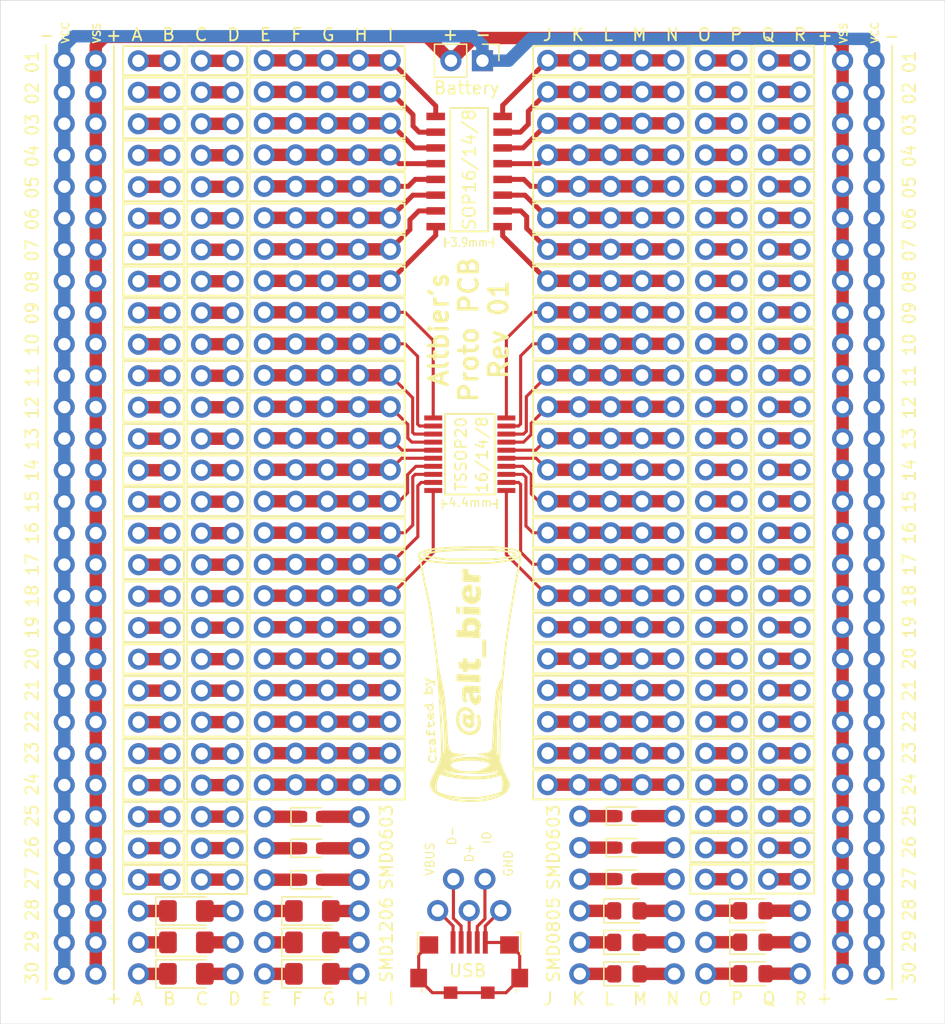
<source format=kicad_pcb>
(kicad_pcb (version 20171130) (host pcbnew "(5.1.0)-1")
  (layers (0 F.Cu signal) (31 B.Cu signal) (34 B.Paste user) (35 F.Paste user) (36 B.SilkS user) (37 F.SilkS user) (38 B.Mask user) (39 F.Mask user) (44 Edge.Cuts user))
  (net 0 "")
  (module 0_local:Proto_1206_Pads_1.42x1.75mm_HandSolder (layer F.Cu) (at 128.47 123.9)
    (fp_text reference REF**)
    (fp_text value Proto_1206_Pads_1.42x1.75mm_HandSolder)
    (pad 2 thru_hole circle (at 3.76 0) (size 1.7 1.7) (drill 1) (layers *.Cu *.Mask))
    (pad 1 thru_hole circle (at -3.86 0) (size 1.7 1.7) (drill 1) (layers *.Cu *.Mask))
    (pad 2 smd roundrect (at 1.4875 0) (size 1.425 1.75) (layers F.Cu F.Paste F.Mask) (roundrect_rratio 0.175439))
    (pad 1 smd roundrect (at -1.4875 0) (size 1.425 1.75) (layers F.Cu F.Paste F.Mask) (roundrect_rratio 0.175439))
  )
  (module 0_local:Proto_1206_Pads_1.42x1.75mm_HandSolder (layer F.Cu) (at 128.47 126.43)
    (fp_text reference REF**)
    (fp_text value Proto_1206_Pads_1.42x1.75mm_HandSolder)
    (pad 2 thru_hole circle (at 3.76 0) (size 1.7 1.7) (drill 1) (layers *.Cu *.Mask))
    (pad 1 thru_hole circle (at -3.86 0) (size 1.7 1.7) (drill 1) (layers *.Cu *.Mask))
    (pad 2 smd roundrect (at 1.4875 0) (size 1.425 1.75) (layers F.Cu F.Paste F.Mask) (roundrect_rratio 0.175439))
    (pad 1 smd roundrect (at -1.4875 0) (size 1.425 1.75) (layers F.Cu F.Paste F.Mask) (roundrect_rratio 0.175439))
  )
  (module 0_local:Proto_1206_Pads_1.42x1.75mm_HandSolder (layer F.Cu) (at 128.47 128.97)
    (fp_text reference REF**)
    (fp_text value Proto_1206_Pads_1.42x1.75mm_HandSolder)
    (pad 2 thru_hole circle (at 3.76 0) (size 1.7 1.7) (drill 1) (layers *.Cu *.Mask))
    (pad 1 thru_hole circle (at -3.86 0) (size 1.7 1.7) (drill 1) (layers *.Cu *.Mask))
    (pad 2 smd roundrect (at 1.4875 0) (size 1.425 1.75) (layers F.Cu F.Paste F.Mask) (roundrect_rratio 0.175439))
    (pad 1 smd roundrect (at -1.4875 0) (size 1.425 1.75) (layers F.Cu F.Paste F.Mask) (roundrect_rratio 0.175439))
  )
  (module 0_local:Proto_1206_Pads_1.42x1.75mm_HandSolder (layer F.Cu) (at 118.31 128.97)
    (fp_text reference REF**)
    (fp_text value Proto_1206_Pads_1.42x1.75mm_HandSolder)
    (pad 2 thru_hole circle (at 3.76 0) (size 1.7 1.7) (drill 1) (layers *.Cu *.Mask))
    (pad 1 thru_hole circle (at -3.86 0) (size 1.7 1.7) (drill 1) (layers *.Cu *.Mask))
    (pad 2 smd roundrect (at 1.4875 0) (size 1.425 1.75) (layers F.Cu F.Paste F.Mask) (roundrect_rratio 0.175439))
    (pad 1 smd roundrect (at -1.4875 0) (size 1.425 1.75) (layers F.Cu F.Paste F.Mask) (roundrect_rratio 0.175439))
  )
  (module 0_local:Proto_1206_Pads_1.42x1.75mm_HandSolder (layer F.Cu) (at 118.31 126.43)
    (fp_text reference REF**)
    (fp_text value Proto_1206_Pads_1.42x1.75mm_HandSolder)
    (pad 2 thru_hole circle (at 3.76 0) (size 1.7 1.7) (drill 1) (layers *.Cu *.Mask))
    (pad 1 thru_hole circle (at -3.86 0) (size 1.7 1.7) (drill 1) (layers *.Cu *.Mask))
    (pad 2 smd roundrect (at 1.4875 0) (size 1.425 1.75) (layers F.Cu F.Paste F.Mask) (roundrect_rratio 0.175439))
    (pad 1 smd roundrect (at -1.4875 0) (size 1.425 1.75) (layers F.Cu F.Paste F.Mask) (roundrect_rratio 0.175439))
  )
  (module 0_local:Proto_1206_Pads_1.42x1.75mm_HandSolder (layer F.Cu) (at 118.31 123.9)
    (fp_text reference REF**)
    (fp_text value Proto_1206_Pads_1.42x1.75mm_HandSolder)
    (pad 2 thru_hole circle (at 3.76 0) (size 1.7 1.7) (drill 1) (layers *.Cu *.Mask))
    (pad 1 thru_hole circle (at -3.86 0) (size 1.7 1.7) (drill 1) (layers *.Cu *.Mask))
    (pad 2 smd roundrect (at 1.4875 0) (size 1.425 1.75) (layers F.Cu F.Paste F.Mask) (roundrect_rratio 0.175439))
    (pad 1 smd roundrect (at -1.4875 0) (size 1.425 1.75) (layers F.Cu F.Paste F.Mask) (roundrect_rratio 0.175439))
  )
  (module 0_local:Proto_0805_Pads_1.15x1.40mm_HandSolder (layer F.Cu) (at 153.84 123.89)
    (fp_text reference REF**)
    (fp_text value Proto_0805_Pads_1.15x1.40mm_HandSolder)
    (pad 1 smd roundrect (at -1.025 0) (size 1.15 1.4) (layers F.Cu F.Paste F.Mask) (roundrect_rratio 0.217391))
    (pad 2 smd roundrect (at 1.025 0) (size 1.15 1.4) (layers F.Cu F.Paste F.Mask) (roundrect_rratio 0.217391))
    (pad 1 thru_hole circle (at -3.8 0) (size 1.7 1.7) (drill 1) (layers *.Cu *.Mask))
    (pad 2 thru_hole circle (at 3.82 0) (size 1.7 1.7) (drill 1) (layers *.Cu *.Mask))
  )
  (module 0_local:Proto_0805_Pads_1.15x1.40mm_HandSolder (layer F.Cu) (at 153.84 126.43)
    (fp_text reference REF**)
    (fp_text value Proto_0805_Pads_1.15x1.40mm_HandSolder)
    (pad 1 smd roundrect (at -1.025 0) (size 1.15 1.4) (layers F.Cu F.Paste F.Mask) (roundrect_rratio 0.217391))
    (pad 2 smd roundrect (at 1.025 0) (size 1.15 1.4) (layers F.Cu F.Paste F.Mask) (roundrect_rratio 0.217391))
    (pad 1 thru_hole circle (at -3.8 0) (size 1.7 1.7) (drill 1) (layers *.Cu *.Mask))
    (pad 2 thru_hole circle (at 3.82 0) (size 1.7 1.7) (drill 1) (layers *.Cu *.Mask))
  )
  (module 0_local:Proto_0805_Pads_1.15x1.40mm_HandSolder (layer F.Cu) (at 153.84 128.97)
    (fp_text reference REF**)
    (fp_text value Proto_0805_Pads_1.15x1.40mm_HandSolder)
    (pad 1 smd roundrect (at -1.025 0) (size 1.15 1.4) (layers F.Cu F.Paste F.Mask) (roundrect_rratio 0.217391))
    (pad 2 smd roundrect (at 1.025 0) (size 1.15 1.4) (layers F.Cu F.Paste F.Mask) (roundrect_rratio 0.217391))
    (pad 1 thru_hole circle (at -3.8 0) (size 1.7 1.7) (drill 1) (layers *.Cu *.Mask))
    (pad 2 thru_hole circle (at 3.82 0) (size 1.7 1.7) (drill 1) (layers *.Cu *.Mask))
  )
  (module 0_local:Proto_0603_Pads_1.05x0.95mm_HandSolder (layer F.Cu) (at 153.84 116.25)
    (fp_text reference REF**)
    (fp_text value Proto_0603_Pads_1.05x0.95mm_HandSolder)
    (pad 2 thru_hole circle (at 3.82 0) (size 1.7 1.7) (drill 1) (layers *.Cu *.Mask))
    (pad 1 thru_hole circle (at -3.8 0) (size 1.7 1.7) (drill 1) (layers *.Cu *.Mask))
    (pad 2 smd roundrect (at 0.875 0) (size 1.05 0.95) (layers F.Cu F.Paste F.Mask))
    (pad 1 smd roundrect (at -0.875 0) (size 1.05 0.95) (layers F.Cu F.Paste F.Mask))
  )
  (module 0_local:Proto_0603_Pads_1.05x0.95mm_HandSolder (layer F.Cu) (at 128.41 116.3)
    (fp_text reference REF**)
    (fp_text value Proto_0603_Pads_1.05x0.95mm_HandSolder)
    (pad 1 smd roundrect (at -0.875 0) (size 1.05 0.95) (layers F.Cu F.Paste F.Mask))
    (pad 2 smd roundrect (at 0.875 0) (size 1.05 0.95) (layers F.Cu F.Paste F.Mask))
    (pad 1 thru_hole circle (at -3.8 0) (size 1.7 1.7) (drill 1) (layers *.Cu *.Mask))
    (pad 2 thru_hole circle (at 3.82 0) (size 1.7 1.7) (drill 1) (layers *.Cu *.Mask))
  )
  (module 0_local:Proto_0603_Pads_1.05x0.95mm_HandSolder (layer F.Cu) (at 128.41 121.38)
    (fp_text reference REF**)
    (fp_text value Proto_0603_Pads_1.05x0.95mm_HandSolder)
    (pad 1 smd roundrect (at -0.875 0) (size 1.05 0.95) (layers F.Cu F.Paste F.Mask))
    (pad 2 smd roundrect (at 0.875 0) (size 1.05 0.95) (layers F.Cu F.Paste F.Mask))
    (pad 1 thru_hole circle (at -3.8 0) (size 1.7 1.7) (drill 1) (layers *.Cu *.Mask))
    (pad 2 thru_hole circle (at 3.82 0) (size 1.7 1.7) (drill 1) (layers *.Cu *.Mask))
  )
  (module 0_local:Proto_0603_Pads_1.05x0.95mm_HandSolder (layer F.Cu) (at 128.41 118.84)
    (fp_text reference REF**)
    (fp_text value Proto_0603_Pads_1.05x0.95mm_HandSolder)
    (pad 2 thru_hole circle (at 3.82 0) (size 1.7 1.7) (drill 1) (layers *.Cu *.Mask))
    (pad 1 thru_hole circle (at -3.8 0) (size 1.7 1.7) (drill 1) (layers *.Cu *.Mask))
    (pad 2 smd roundrect (at 0.875 0) (size 1.05 0.95) (layers F.Cu F.Paste F.Mask))
    (pad 1 smd roundrect (at -0.875 0) (size 1.05 0.95) (layers F.Cu F.Paste F.Mask))
  )
  (module 0_local:IC_SOIC-16_3.9x9.9mm_Pitch1.27mm (layer F.Cu) (at 141.12 64.26)
    (fp_text reference SOP16 (at 0 4.83 90 unlocked) (layer F.SilkS) (effects (justify left)))
    (fp_text value IC_SOIC-16_3.9x9.9mm_Pitch1.27mm hide)
    (fp_text user /14/8 (at 0 -2.57 90) (layer F.SilkS))
    (fp_text user 3.9mm (at 0 5.72) (layer F.SilkS) (effects (font (size 0.7 0.6) (thickness 0.1))))
    (pad 1 smd rect (at -2.7 -4.445) (size 1.5 0.6) (layers F.Cu F.Paste F.Mask))
    (pad 2 smd rect (at -2.7 -3.175) (size 1.5 0.6) (layers F.Cu F.Paste F.Mask))
    (pad 3 smd rect (at -2.7 -1.905) (size 1.5 0.6) (layers F.Cu F.Paste F.Mask))
    (pad 4 smd rect (at -2.7 -0.635) (size 1.5 0.6) (layers F.Cu F.Paste F.Mask))
    (pad 5 smd rect (at -2.7 0.635) (size 1.5 0.6) (layers F.Cu F.Paste F.Mask))
    (pad 6 smd rect (at -2.7 1.905) (size 1.5 0.6) (layers F.Cu F.Paste F.Mask))
    (pad 7 smd rect (at -2.7 3.175) (size 1.5 0.6) (layers F.Cu F.Paste F.Mask))
    (pad 8 smd rect (at -2.7 4.445) (size 1.5 0.6) (layers F.Cu F.Paste F.Mask))
    (pad 9 smd rect (at 2.7 4.445) (size 1.5 0.6) (layers F.Cu F.Paste F.Mask))
    (pad 10 smd rect (at 2.7 3.175) (size 1.5 0.6) (layers F.Cu F.Paste F.Mask))
    (pad 11 smd rect (at 2.7 1.905) (size 1.5 0.6) (layers F.Cu F.Paste F.Mask))
    (pad 12 smd rect (at 2.7 0.635) (size 1.5 0.6) (layers F.Cu F.Paste F.Mask))
    (pad 13 smd rect (at 2.7 -0.635) (size 1.5 0.6) (layers F.Cu F.Paste F.Mask))
    (pad 14 smd rect (at 2.7 -1.905) (size 1.5 0.6) (layers F.Cu F.Paste F.Mask))
    (pad 15 smd rect (at 2.7 -3.175) (size 1.5 0.6) (layers F.Cu F.Paste F.Mask))
    (pad 16 smd rect (at 2.7 -4.445) (size 1.5 0.6) (layers F.Cu F.Paste F.Mask))
  )
  (module 0_local:IC_TSSOP-20_4.4x6.5mm_P0.65mm_thin (layer F.Cu) (at 141.17 87.06)
    (fp_text reference TSSOP20 (at -0.71 -0.02 90) (layer F.SilkS) (effects (font (size 0.9 0.9) (thickness 0.14))))
    (fp_text value IC_TSSOP-20_4.4x6.5mm_P0.65mm_thin)
    (fp_text user 4.4mm (at 0.04 3.9) (layer F.SilkS) (effects (font (size 0.7 0.7) (thickness 0.1))))
    (fp_text user 16/14/8 (at 0.99 0.04 90) (layer F.SilkS) (effects (font (size 0.9 0.9) (thickness 0.14))))
    (pad 3 smd rect (at -2.95 -1.625) (size 1.45 0.4) (layers F.Cu F.Paste F.Mask))
    (pad 2 smd rect (at -2.95 -2.275) (size 1.45 0.4) (layers F.Cu F.Paste F.Mask))
    (pad 1 smd rect (at -2.95 -2.925) (size 1.45 0.4) (layers F.Cu F.Paste F.Mask))
    (pad 20 smd rect (at 2.95 -2.925) (size 1.45 0.4) (layers F.Cu F.Paste F.Mask))
    (pad 19 smd rect (at 2.95 -2.275) (size 1.45 0.4) (layers F.Cu F.Paste F.Mask))
    (pad 18 smd rect (at 2.95 -1.625) (size 1.45 0.4) (layers F.Cu F.Paste F.Mask))
    (pad 17 smd rect (at 2.95 -0.975) (size 1.45 0.4) (layers F.Cu F.Paste F.Mask))
    (pad 16 smd rect (at 2.95 -0.325) (size 1.45 0.4) (layers F.Cu F.Paste F.Mask))
    (pad 15 smd rect (at 2.95 0.325) (size 1.45 0.4) (layers F.Cu F.Paste F.Mask))
    (pad 14 smd rect (at 2.95 0.975) (size 1.45 0.4) (layers F.Cu F.Paste F.Mask))
    (pad 13 smd rect (at 2.95 1.625) (size 1.45 0.4) (layers F.Cu F.Paste F.Mask))
    (pad 12 smd rect (at 2.95 2.275) (size 1.45 0.4) (layers F.Cu F.Paste F.Mask))
    (pad 11 smd rect (at 2.95 2.925) (size 1.45 0.4) (layers F.Cu F.Paste F.Mask))
    (pad 10 smd rect (at -2.95 2.925) (size 1.45 0.4) (layers F.Cu F.Paste F.Mask))
    (pad 9 smd rect (at -2.95 2.275) (size 1.45 0.4) (layers F.Cu F.Paste F.Mask))
    (pad 8 smd rect (at -2.95 1.625) (size 1.45 0.4) (layers F.Cu F.Paste F.Mask))
    (pad 7 smd rect (at -2.95 0.975) (size 1.45 0.4) (layers F.Cu F.Paste F.Mask))
    (pad 6 smd rect (at -2.95 0.325) (size 1.45 0.4) (layers F.Cu F.Paste F.Mask))
    (pad 5 smd rect (at -2.95 -0.325) (size 1.45 0.4) (layers F.Cu F.Paste F.Mask))
    (pad 4 smd rect (at -2.95 -0.975) (size 1.45 0.4) (layers F.Cu F.Paste F.Mask))
  )
  (module 0_local:Proto_A_Pins_P2.54mm (layer F.Cu) (at 139.8 68)
    (fp_text reference REF**)
    (fp_text value Proto_A_Pins_P2.54mm hide)
    (pad 2 thru_hole oval (at 17.81 -0.005 90) (size 1.7 1.7) (drill 1) (layers *.Cu *.Mask))
    (pad 2 thru_hole oval (at 15.27 -0.005 90) (size 1.7 1.7) (drill 1) (layers *.Cu *.Mask))
    (pad 2 thru_hole oval (at 12.73 -0.005 90) (size 1.7 1.7) (drill 1) (layers *.Cu *.Mask))
    (pad 2 thru_hole oval (at 10.19 -0.005 90) (size 1.7 1.7) (drill 1) (layers *.Cu *.Mask))
    (pad 2 thru_hole oval (at 7.65 -0.005 90) (size 1.7 1.7) (drill 1) (layers *.Cu *.Mask))
    (pad 1 thru_hole oval (at -5.05 -0.005 90) (size 1.7 1.7) (drill 1) (layers *.Cu *.Mask))
    (pad 1 thru_hole oval (at -7.59 -0.005 90) (size 1.7 1.7) (drill 1) (layers *.Cu *.Mask))
    (pad 1 thru_hole oval (at -10.13 -0.005 90) (size 1.7 1.7) (drill 1) (layers *.Cu *.Mask))
    (pad 1 thru_hole oval (at -12.67 -0.005 90) (size 1.7 1.7) (drill 1) (layers *.Cu *.Mask))
    (pad 1 thru_hole oval (at -15.21 -0.005 90) (size 1.7 1.7) (drill 1) (layers *.Cu *.Mask))
  )
  (module 0_local:Proto_0603_Pads_1.05x0.95mm_HandSolder (layer F.Cu) (at 153.84 118.79)
    (fp_text reference REF**)
    (fp_text value Proto_0603_Pads_1.05x0.95mm_HandSolder)
    (pad 1 smd roundrect (at -0.875 0) (size 1.05 0.95) (layers F.Cu F.Paste F.Mask))
    (pad 2 smd roundrect (at 0.875 0) (size 1.05 0.95) (layers F.Cu F.Paste F.Mask))
    (pad 1 thru_hole circle (at -3.8 0) (size 1.7 1.7) (drill 1) (layers *.Cu *.Mask))
    (pad 2 thru_hole circle (at 3.82 0) (size 1.7 1.7) (drill 1) (layers *.Cu *.Mask))
  )
  (module 0_local:Proto_0603_Pads_1.05x0.95mm_HandSolder (layer F.Cu) (at 153.84 121.33)
    (fp_text reference REF**)
    (fp_text value Proto_0603_Pads_1.05x0.95mm_HandSolder)
    (pad 2 thru_hole circle (at 3.82 0) (size 1.7 1.7) (drill 1) (layers *.Cu *.Mask))
    (pad 1 thru_hole circle (at -3.8 0) (size 1.7 1.7) (drill 1) (layers *.Cu *.Mask))
    (pad 2 smd roundrect (at 0.875 0) (size 1.05 0.95) (layers F.Cu F.Paste F.Mask))
    (pad 1 smd roundrect (at -0.875 0) (size 1.05 0.95) (layers F.Cu F.Paste F.Mask))
  )
  (module 0_local:Proto_0805_Pads_1.15x1.40mm_HandSolder (layer F.Cu) (at 164 123.88)
    (fp_text reference REF**)
    (fp_text value Proto_0805_Pads_1.15x1.40mm_HandSolder)
    (pad 2 thru_hole circle (at 3.82 0) (size 1.7 1.7) (drill 1) (layers *.Cu *.Mask))
    (pad 1 thru_hole circle (at -3.8 0) (size 1.7 1.7) (drill 1) (layers *.Cu *.Mask))
    (pad 2 smd roundrect (at 1.025 0) (size 1.15 1.4) (layers F.Cu F.Paste F.Mask) (roundrect_rratio 0.217391))
    (pad 1 smd roundrect (at -1.025 0) (size 1.15 1.4) (layers F.Cu F.Paste F.Mask) (roundrect_rratio 0.217391))
  )
  (module 0_local:Proto_0805_Pads_1.15x1.40mm_HandSolder (layer F.Cu) (at 164 126.42)
    (fp_text reference REF**)
    (fp_text value Proto_0805_Pads_1.15x1.40mm_HandSolder)
    (pad 2 thru_hole circle (at 3.82 0) (size 1.7 1.7) (drill 1) (layers *.Cu *.Mask))
    (pad 1 thru_hole circle (at -3.8 0) (size 1.7 1.7) (drill 1) (layers *.Cu *.Mask))
    (pad 2 smd roundrect (at 1.025 0) (size 1.15 1.4) (layers F.Cu F.Paste F.Mask) (roundrect_rratio 0.217391))
    (pad 1 smd roundrect (at -1.025 0) (size 1.15 1.4) (layers F.Cu F.Paste F.Mask) (roundrect_rratio 0.217391))
  )
  (module 0_local:Proto_0805_Pads_1.15x1.40mm_HandSolder (layer F.Cu) (at 164 128.96)
    (fp_text reference REF**)
    (fp_text value Proto_0805_Pads_1.15x1.40mm_HandSolder)
    (pad 2 thru_hole circle (at 3.82 0) (size 1.7 1.7) (drill 1) (layers *.Cu *.Mask))
    (pad 1 thru_hole circle (at -3.8 0) (size 1.7 1.7) (drill 1) (layers *.Cu *.Mask))
    (pad 2 smd roundrect (at 1.025 0) (size 1.15 1.4) (layers F.Cu F.Paste F.Mask) (roundrect_rratio 0.217391))
    (pad 1 smd roundrect (at -1.025 0) (size 1.15 1.4) (layers F.Cu F.Paste F.Mask) (roundrect_rratio 0.217391))
  )
  (module 0_local:Proto_USB_Micro-B_Jing (layer F.Cu) (at 141.12 128.54)
    (fp_text reference USB (at -1.725 0.175 unlocked) (layer F.SilkS) (effects (justify left)))
    (fp_text value Proto_USB_Micro-B_Jing)
    (pad 2 thru_hole circle (at -1.27 -7.21) (size 1.7 1.7) (drill 1) (layers *.Cu *.Mask))
    (pad 4 thru_hole circle (at 1.27 -7.21) (size 1.7 1.7) (drill 1) (layers *.Cu *.Mask))
    (pad 1 thru_hole circle (at -2.54 -4.67) (size 1.7 1.7) (drill 1) (layers *.Cu *.Mask))
    (pad 5 thru_hole circle (at 2.54 -4.67) (size 1.7 1.7) (drill 1) (layers *.Cu *.Mask))
    (pad 3 thru_hole circle (at 0 -4.67) (size 1.7 1.7) (drill 1) (layers *.Cu *.Mask))
    (pad 6 smd rect (at -3.25 -1.9) (size 1.5 1.4) (layers F.Cu F.Paste F.Mask))
    (pad 6 smd rect (at 3.25 -1.9) (size 1.5 1.4) (layers F.Cu F.Paste F.Mask))
    (pad 3 smd rect (at 0 -2.1) (size 0.4 1.8) (layers F.Cu F.Paste F.Mask))
    (pad 2 smd rect (at -0.65 -2.1) (size 0.4 1.8) (layers F.Cu F.Paste F.Mask))
    (pad 4 smd rect (at 0.65 -2.1) (size 0.4 1.8) (layers F.Cu F.Paste F.Mask))
    (pad 1 smd rect (at -1.3 -2.1) (size 0.4 1.8) (layers F.Cu F.Paste F.Mask))
    (pad 5 smd rect (at 1.3 -2.1) (size 0.4 1.8) (layers F.Cu F.Paste F.Mask))
    (pad "" np_thru_hole circle (at -2 -1.45) (size 0.5 0.5) (drill 0.5) (layers *.Cu *.Mask))
    (pad "" np_thru_hole circle (at 2 -1.45) (size 0.5 0.5) (drill 0.5) (layers *.Cu *.Mask))
    (pad 6 smd rect (at -4.075 0.77) (size 1.35 1.5) (layers F.Cu F.Paste F.Mask))
    (pad 6 smd rect (at 4.075 0.77) (size 1.35 1.5) (layers F.Cu F.Paste F.Mask))
    (pad 6 smd rect (at -1.5 1.95) (size 1.1 1) (layers F.Cu F.Paste F.Mask))
    (pad 6 smd rect (at 1.5 1.95) (size 1.1 1) (layers F.Cu F.Paste F.Mask))
  )
  (module 0_alt_bier:logo-alt_bier-1100dpi-8x21mm-front (layer F.Cu) (at 141.14 104.77)
    (fp_text reference G*** hide)
    (fp_text value LOGO hide)
  )
  (module 0_local:PinHeader_1x02_P2.54mm_Vertical (layer F.Cu) (at 142.19 55.32 270)
    (fp_text reference REF**)
    (fp_text value PinHeader_1x02_P2.54mm_Vertical)
    (pad 2 thru_hole oval (at 0 2.54 270) (size 1.7 1.7) (drill 1) (layers *.Cu *.Mask))
    (pad 1 thru_hole rect (at 0 0 270) (size 1.7 1.7) (drill 1) (layers *.Cu *.Mask))
  )
  (module 0_local:Proto_C_Pins_2x30_P2.54mm (layer F.Cu) (at 171.24 55.32)
    (fp_text reference REF**)
    (fp_text value Proto_C_Pins_2x30_P2.54mm)
    (fp_text user - (at 3.95 75.62) (layer F.SilkS))
    (fp_text user + (at -1.46 75.58) (layer F.SilkS))
    (fp_text user - (at 3.96 -2) (layer F.SilkS))
    (fp_text user + (at -1.42 -2.06) (layer F.SilkS))
    (pad 1 thru_hole oval (at 0 0) (size 1.7 1.7) (drill 1) (layers *.Cu *.Mask))
    (pad 60 thru_hole oval (at 2.54 73.66) (size 1.7 1.7) (drill 1) (layers *.Cu *.Mask))
    (pad 59 thru_hole oval (at 0 73.66) (size 1.7 1.7) (drill 1) (layers *.Cu *.Mask))
    (pad 58 thru_hole oval (at 2.54 71.12) (size 1.7 1.7) (drill 1) (layers *.Cu *.Mask))
    (pad 57 thru_hole oval (at 0 71.12) (size 1.7 1.7) (drill 1) (layers *.Cu *.Mask))
    (pad 56 thru_hole oval (at 2.54 68.58) (size 1.7 1.7) (drill 1) (layers *.Cu *.Mask))
    (pad 55 thru_hole oval (at 0 68.58) (size 1.7 1.7) (drill 1) (layers *.Cu *.Mask))
    (pad 54 thru_hole oval (at 2.54 66.04) (size 1.7 1.7) (drill 1) (layers *.Cu *.Mask))
    (pad 53 thru_hole oval (at 0 66.04) (size 1.7 1.7) (drill 1) (layers *.Cu *.Mask))
    (pad 52 thru_hole oval (at 2.54 63.5) (size 1.7 1.7) (drill 1) (layers *.Cu *.Mask))
    (pad 51 thru_hole oval (at 0 63.5) (size 1.7 1.7) (drill 1) (layers *.Cu *.Mask))
    (pad 50 thru_hole oval (at 2.54 60.96) (size 1.7 1.7) (drill 1) (layers *.Cu *.Mask))
    (pad 49 thru_hole oval (at 0 60.96) (size 1.7 1.7) (drill 1) (layers *.Cu *.Mask))
    (pad 48 thru_hole oval (at 2.54 58.42) (size 1.7 1.7) (drill 1) (layers *.Cu *.Mask))
    (pad 47 thru_hole oval (at 0 58.42) (size 1.7 1.7) (drill 1) (layers *.Cu *.Mask))
    (pad 46 thru_hole oval (at 2.54 55.88) (size 1.7 1.7) (drill 1) (layers *.Cu *.Mask))
    (pad 45 thru_hole oval (at 0 55.88) (size 1.7 1.7) (drill 1) (layers *.Cu *.Mask))
    (pad 44 thru_hole oval (at 2.54 53.34) (size 1.7 1.7) (drill 1) (layers *.Cu *.Mask))
    (pad 43 thru_hole oval (at 0 53.34) (size 1.7 1.7) (drill 1) (layers *.Cu *.Mask))
    (pad 42 thru_hole oval (at 2.54 50.8) (size 1.7 1.7) (drill 1) (layers *.Cu *.Mask))
    (pad 41 thru_hole oval (at 0 50.8) (size 1.7 1.7) (drill 1) (layers *.Cu *.Mask))
    (pad 40 thru_hole oval (at 2.54 48.26) (size 1.7 1.7) (drill 1) (layers *.Cu *.Mask))
    (pad 39 thru_hole oval (at 0 48.26) (size 1.7 1.7) (drill 1) (layers *.Cu *.Mask))
    (pad 38 thru_hole oval (at 2.54 45.72) (size 1.7 1.7) (drill 1) (layers *.Cu *.Mask))
    (pad 37 thru_hole oval (at 0 45.72) (size 1.7 1.7) (drill 1) (layers *.Cu *.Mask))
    (pad 36 thru_hole oval (at 2.54 43.18) (size 1.7 1.7) (drill 1) (layers *.Cu *.Mask))
    (pad 35 thru_hole oval (at 0 43.18) (size 1.7 1.7) (drill 1) (layers *.Cu *.Mask))
    (pad 34 thru_hole oval (at 2.54 40.64) (size 1.7 1.7) (drill 1) (layers *.Cu *.Mask))
    (pad 33 thru_hole oval (at 0 40.64) (size 1.7 1.7) (drill 1) (layers *.Cu *.Mask))
    (pad 32 thru_hole oval (at 2.54 38.1) (size 1.7 1.7) (drill 1) (layers *.Cu *.Mask))
    (pad 31 thru_hole oval (at 0 38.1) (size 1.7 1.7) (drill 1) (layers *.Cu *.Mask))
    (pad 30 thru_hole oval (at 2.54 35.56) (size 1.7 1.7) (drill 1) (layers *.Cu *.Mask))
    (pad 29 thru_hole oval (at 0 35.56) (size 1.7 1.7) (drill 1) (layers *.Cu *.Mask))
    (pad 28 thru_hole oval (at 2.54 33.02) (size 1.7 1.7) (drill 1) (layers *.Cu *.Mask))
    (pad 27 thru_hole oval (at 0 33.02) (size 1.7 1.7) (drill 1) (layers *.Cu *.Mask))
    (pad 26 thru_hole oval (at 2.54 30.48) (size 1.7 1.7) (drill 1) (layers *.Cu *.Mask))
    (pad 25 thru_hole oval (at 0 30.48) (size 1.7 1.7) (drill 1) (layers *.Cu *.Mask))
    (pad 24 thru_hole oval (at 2.54 27.94) (size 1.7 1.7) (drill 1) (layers *.Cu *.Mask))
    (pad 23 thru_hole oval (at 0 27.94) (size 1.7 1.7) (drill 1) (layers *.Cu *.Mask))
    (pad 22 thru_hole oval (at 2.54 25.4) (size 1.7 1.7) (drill 1) (layers *.Cu *.Mask))
    (pad 21 thru_hole oval (at 0 25.4) (size 1.7 1.7) (drill 1) (layers *.Cu *.Mask))
    (pad 20 thru_hole oval (at 2.54 22.86) (size 1.7 1.7) (drill 1) (layers *.Cu *.Mask))
    (pad 19 thru_hole oval (at 0 22.86) (size 1.7 1.7) (drill 1) (layers *.Cu *.Mask))
    (pad 18 thru_hole oval (at 2.54 20.32) (size 1.7 1.7) (drill 1) (layers *.Cu *.Mask))
    (pad 17 thru_hole oval (at 0 20.32) (size 1.7 1.7) (drill 1) (layers *.Cu *.Mask))
    (pad 16 thru_hole oval (at 2.54 17.78) (size 1.7 1.7) (drill 1) (layers *.Cu *.Mask))
    (pad 15 thru_hole oval (at 0 17.78) (size 1.7 1.7) (drill 1) (layers *.Cu *.Mask))
    (pad 14 thru_hole oval (at 2.54 15.24) (size 1.7 1.7) (drill 1) (layers *.Cu *.Mask))
    (pad 13 thru_hole oval (at 0 15.24) (size 1.7 1.7) (drill 1) (layers *.Cu *.Mask))
    (pad 12 thru_hole oval (at 2.54 12.7) (size 1.7 1.7) (drill 1) (layers *.Cu *.Mask))
    (pad 11 thru_hole oval (at 0 12.7) (size 1.7 1.7) (drill 1) (layers *.Cu *.Mask))
    (pad 10 thru_hole oval (at 2.54 10.16) (size 1.7 1.7) (drill 1) (layers *.Cu *.Mask))
    (pad 9 thru_hole oval (at 0 10.16) (size 1.7 1.7) (drill 1) (layers *.Cu *.Mask))
    (pad 8 thru_hole oval (at 2.54 7.62) (size 1.7 1.7) (drill 1) (layers *.Cu *.Mask))
    (pad 7 thru_hole oval (at 0 7.62) (size 1.7 1.7) (drill 1) (layers *.Cu *.Mask))
    (pad 6 thru_hole oval (at 2.54 5.08) (size 1.7 1.7) (drill 1) (layers *.Cu *.Mask))
    (pad 5 thru_hole oval (at 0 5.08) (size 1.7 1.7) (drill 1) (layers *.Cu *.Mask))
    (pad 4 thru_hole oval (at 2.54 2.54) (size 1.7 1.7) (drill 1) (layers *.Cu *.Mask))
    (pad 3 thru_hole oval (at 0 2.54) (size 1.7 1.7) (drill 1) (layers *.Cu *.Mask))
    (pad 2 thru_hole oval (at 2.54 0) (size 1.7 1.7) (drill 1) (layers *.Cu *.Mask))
  )
  (module 0_local:Proto_C_Pins_2x30_P2.54mm (layer F.Cu) (at 108.46 55.32)
    (fp_text reference REF**)
    (fp_text value Proto_C_Pins_2x30_P2.54mm)
    (fp_text user + (at 3.99 -2.07) (layer F.SilkS))
    (fp_text user - (at -1.4 -2.06) (layer F.SilkS))
    (fp_text user + (at 4.01 75.58) (layer F.SilkS))
    (fp_text user - (at -1.41 75.58) (layer F.SilkS))
    (pad 2 thru_hole oval (at 2.54 0) (size 1.7 1.7) (drill 1) (layers *.Cu *.Mask))
    (pad 3 thru_hole oval (at 0 2.54) (size 1.7 1.7) (drill 1) (layers *.Cu *.Mask))
    (pad 4 thru_hole oval (at 2.54 2.54) (size 1.7 1.7) (drill 1) (layers *.Cu *.Mask))
    (pad 5 thru_hole oval (at 0 5.08) (size 1.7 1.7) (drill 1) (layers *.Cu *.Mask))
    (pad 6 thru_hole oval (at 2.54 5.08) (size 1.7 1.7) (drill 1) (layers *.Cu *.Mask))
    (pad 7 thru_hole oval (at 0 7.62) (size 1.7 1.7) (drill 1) (layers *.Cu *.Mask))
    (pad 8 thru_hole oval (at 2.54 7.62) (size 1.7 1.7) (drill 1) (layers *.Cu *.Mask))
    (pad 9 thru_hole oval (at 0 10.16) (size 1.7 1.7) (drill 1) (layers *.Cu *.Mask))
    (pad 10 thru_hole oval (at 2.54 10.16) (size 1.7 1.7) (drill 1) (layers *.Cu *.Mask))
    (pad 11 thru_hole oval (at 0 12.7) (size 1.7 1.7) (drill 1) (layers *.Cu *.Mask))
    (pad 12 thru_hole oval (at 2.54 12.7) (size 1.7 1.7) (drill 1) (layers *.Cu *.Mask))
    (pad 13 thru_hole oval (at 0 15.24) (size 1.7 1.7) (drill 1) (layers *.Cu *.Mask))
    (pad 14 thru_hole oval (at 2.54 15.24) (size 1.7 1.7) (drill 1) (layers *.Cu *.Mask))
    (pad 15 thru_hole oval (at 0 17.78) (size 1.7 1.7) (drill 1) (layers *.Cu *.Mask))
    (pad 16 thru_hole oval (at 2.54 17.78) (size 1.7 1.7) (drill 1) (layers *.Cu *.Mask))
    (pad 17 thru_hole oval (at 0 20.32) (size 1.7 1.7) (drill 1) (layers *.Cu *.Mask))
    (pad 18 thru_hole oval (at 2.54 20.32) (size 1.7 1.7) (drill 1) (layers *.Cu *.Mask))
    (pad 19 thru_hole oval (at 0 22.86) (size 1.7 1.7) (drill 1) (layers *.Cu *.Mask))
    (pad 20 thru_hole oval (at 2.54 22.86) (size 1.7 1.7) (drill 1) (layers *.Cu *.Mask))
    (pad 21 thru_hole oval (at 0 25.4) (size 1.7 1.7) (drill 1) (layers *.Cu *.Mask))
    (pad 22 thru_hole oval (at 2.54 25.4) (size 1.7 1.7) (drill 1) (layers *.Cu *.Mask))
    (pad 23 thru_hole oval (at 0 27.94) (size 1.7 1.7) (drill 1) (layers *.Cu *.Mask))
    (pad 24 thru_hole oval (at 2.54 27.94) (size 1.7 1.7) (drill 1) (layers *.Cu *.Mask))
    (pad 25 thru_hole oval (at 0 30.48) (size 1.7 1.7) (drill 1) (layers *.Cu *.Mask))
    (pad 26 thru_hole oval (at 2.54 30.48) (size 1.7 1.7) (drill 1) (layers *.Cu *.Mask))
    (pad 27 thru_hole oval (at 0 33.02) (size 1.7 1.7) (drill 1) (layers *.Cu *.Mask))
    (pad 28 thru_hole oval (at 2.54 33.02) (size 1.7 1.7) (drill 1) (layers *.Cu *.Mask))
    (pad 29 thru_hole oval (at 0 35.56) (size 1.7 1.7) (drill 1) (layers *.Cu *.Mask))
    (pad 30 thru_hole oval (at 2.54 35.56) (size 1.7 1.7) (drill 1) (layers *.Cu *.Mask))
    (pad 31 thru_hole oval (at 0 38.1) (size 1.7 1.7) (drill 1) (layers *.Cu *.Mask))
    (pad 32 thru_hole oval (at 2.54 38.1) (size 1.7 1.7) (drill 1) (layers *.Cu *.Mask))
    (pad 33 thru_hole oval (at 0 40.64) (size 1.7 1.7) (drill 1) (layers *.Cu *.Mask))
    (pad 34 thru_hole oval (at 2.54 40.64) (size 1.7 1.7) (drill 1) (layers *.Cu *.Mask))
    (pad 35 thru_hole oval (at 0 43.18) (size 1.7 1.7) (drill 1) (layers *.Cu *.Mask))
    (pad 36 thru_hole oval (at 2.54 43.18) (size 1.7 1.7) (drill 1) (layers *.Cu *.Mask))
    (pad 37 thru_hole oval (at 0 45.72) (size 1.7 1.7) (drill 1) (layers *.Cu *.Mask))
    (pad 38 thru_hole oval (at 2.54 45.72) (size 1.7 1.7) (drill 1) (layers *.Cu *.Mask))
    (pad 39 thru_hole oval (at 0 48.26) (size 1.7 1.7) (drill 1) (layers *.Cu *.Mask))
    (pad 40 thru_hole oval (at 2.54 48.26) (size 1.7 1.7) (drill 1) (layers *.Cu *.Mask))
    (pad 41 thru_hole oval (at 0 50.8) (size 1.7 1.7) (drill 1) (layers *.Cu *.Mask))
    (pad 42 thru_hole oval (at 2.54 50.8) (size 1.7 1.7) (drill 1) (layers *.Cu *.Mask))
    (pad 43 thru_hole oval (at 0 53.34) (size 1.7 1.7) (drill 1) (layers *.Cu *.Mask))
    (pad 44 thru_hole oval (at 2.54 53.34) (size 1.7 1.7) (drill 1) (layers *.Cu *.Mask))
    (pad 45 thru_hole oval (at 0 55.88) (size 1.7 1.7) (drill 1) (layers *.Cu *.Mask))
    (pad 46 thru_hole oval (at 2.54 55.88) (size 1.7 1.7) (drill 1) (layers *.Cu *.Mask))
    (pad 47 thru_hole oval (at 0 58.42) (size 1.7 1.7) (drill 1) (layers *.Cu *.Mask))
    (pad 48 thru_hole oval (at 2.54 58.42) (size 1.7 1.7) (drill 1) (layers *.Cu *.Mask))
    (pad 49 thru_hole oval (at 0 60.96) (size 1.7 1.7) (drill 1) (layers *.Cu *.Mask))
    (pad 50 thru_hole oval (at 2.54 60.96) (size 1.7 1.7) (drill 1) (layers *.Cu *.Mask))
    (pad 51 thru_hole oval (at 0 63.5) (size 1.7 1.7) (drill 1) (layers *.Cu *.Mask))
    (pad 52 thru_hole oval (at 2.54 63.5) (size 1.7 1.7) (drill 1) (layers *.Cu *.Mask))
    (pad 53 thru_hole oval (at 0 66.04) (size 1.7 1.7) (drill 1) (layers *.Cu *.Mask))
    (pad 54 thru_hole oval (at 2.54 66.04) (size 1.7 1.7) (drill 1) (layers *.Cu *.Mask))
    (pad 55 thru_hole oval (at 0 68.58) (size 1.7 1.7) (drill 1) (layers *.Cu *.Mask))
    (pad 56 thru_hole oval (at 2.54 68.58) (size 1.7 1.7) (drill 1) (layers *.Cu *.Mask))
    (pad 57 thru_hole oval (at 0 71.12) (size 1.7 1.7) (drill 1) (layers *.Cu *.Mask))
    (pad 58 thru_hole oval (at 2.54 71.12) (size 1.7 1.7) (drill 1) (layers *.Cu *.Mask))
    (pad 59 thru_hole oval (at 0 73.66) (size 1.7 1.7) (drill 1) (layers *.Cu *.Mask))
    (pad 60 thru_hole oval (at 2.54 73.66) (size 1.7 1.7) (drill 1) (layers *.Cu *.Mask))
    (pad 1 thru_hole oval (at 0 0) (size 1.7 1.7) (drill 1) (layers *.Cu *.Mask))
  )
  (module 0_local:Proto_B_Pins_P2.54mm (layer F.Cu) (at 118.27 111.21)
    (fp_text reference REF**)
    (fp_text value Proto_B_Pins_P2.54mm)
    (pad 2 thru_hole oval (at 3.81 0 90) (size 1.7 1.7) (drill 1) (layers *.Cu *.Mask))
    (pad 2 thru_hole oval (at 1.27 0 90) (size 1.7 1.7) (drill 1) (layers *.Cu *.Mask))
    (pad 1 thru_hole oval (at -1.27 0 90) (size 1.7 1.7) (drill 1) (layers *.Cu *.Mask))
    (pad 1 thru_hole oval (at -3.81 0 90) (size 1.7 1.7) (drill 1) (layers *.Cu *.Mask))
  )
  (module 0_local:Proto_B_Pins_P2.54mm (layer F.Cu) (at 118.27 101.05)
    (fp_text reference REF**)
    (fp_text value Proto_B_Pins_P2.54mm)
    (pad 2 thru_hole oval (at 3.81 0 90) (size 1.7 1.7) (drill 1) (layers *.Cu *.Mask))
    (pad 2 thru_hole oval (at 1.27 0 90) (size 1.7 1.7) (drill 1) (layers *.Cu *.Mask))
    (pad 1 thru_hole oval (at -1.27 0 90) (size 1.7 1.7) (drill 1) (layers *.Cu *.Mask))
    (pad 1 thru_hole oval (at -3.81 0 90) (size 1.7 1.7) (drill 1) (layers *.Cu *.Mask))
  )
  (module 0_local:Proto_B_Pins_P2.54mm (layer F.Cu) (at 118.26 90.89)
    (fp_text reference REF**)
    (fp_text value Proto_B_Pins_P2.54mm)
    (pad 1 thru_hole oval (at -3.81 0 90) (size 1.7 1.7) (drill 1) (layers *.Cu *.Mask))
    (pad 1 thru_hole oval (at -1.27 0 90) (size 1.7 1.7) (drill 1) (layers *.Cu *.Mask))
    (pad 2 thru_hole oval (at 1.27 0 90) (size 1.7 1.7) (drill 1) (layers *.Cu *.Mask))
    (pad 2 thru_hole oval (at 3.81 0 90) (size 1.7 1.7) (drill 1) (layers *.Cu *.Mask))
  )
  (module 0_local:Proto_B_Pins_P2.54mm (layer F.Cu) (at 118.26 83.27)
    (fp_text reference REF**)
    (fp_text value Proto_B_Pins_P2.54mm)
    (pad 2 thru_hole oval (at 3.81 0 90) (size 1.7 1.7) (drill 1) (layers *.Cu *.Mask))
    (pad 2 thru_hole oval (at 1.27 0 90) (size 1.7 1.7) (drill 1) (layers *.Cu *.Mask))
    (pad 1 thru_hole oval (at -1.27 0 90) (size 1.7 1.7) (drill 1) (layers *.Cu *.Mask))
    (pad 1 thru_hole oval (at -3.81 0 90) (size 1.7 1.7) (drill 1) (layers *.Cu *.Mask))
  )
  (module 0_local:Proto_B_Pins_P2.54mm (layer F.Cu) (at 118.27 103.59)
    (fp_text reference REF**)
    (fp_text value Proto_B_Pins_P2.54mm)
    (pad 1 thru_hole oval (at -3.81 0 90) (size 1.7 1.7) (drill 1) (layers *.Cu *.Mask))
    (pad 1 thru_hole oval (at -1.27 0 90) (size 1.7 1.7) (drill 1) (layers *.Cu *.Mask))
    (pad 2 thru_hole oval (at 1.27 0 90) (size 1.7 1.7) (drill 1) (layers *.Cu *.Mask))
    (pad 2 thru_hole oval (at 3.81 0 90) (size 1.7 1.7) (drill 1) (layers *.Cu *.Mask))
  )
  (module 0_local:Proto_B_Pins_P2.54mm (layer F.Cu) (at 118.26 93.43)
    (fp_text reference REF**)
    (fp_text value Proto_B_Pins_P2.54mm)
    (pad 2 thru_hole oval (at 3.81 0 90) (size 1.7 1.7) (drill 1) (layers *.Cu *.Mask))
    (pad 2 thru_hole oval (at 1.27 0 90) (size 1.7 1.7) (drill 1) (layers *.Cu *.Mask))
    (pad 1 thru_hole oval (at -1.27 0 90) (size 1.7 1.7) (drill 1) (layers *.Cu *.Mask))
    (pad 1 thru_hole oval (at -3.81 0 90) (size 1.7 1.7) (drill 1) (layers *.Cu *.Mask))
  )
  (module 0_local:Proto_B_Pins_P2.54mm (layer F.Cu) (at 118.26 85.81)
    (fp_text reference REF**)
    (fp_text value Proto_B_Pins_P2.54mm)
    (pad 2 thru_hole oval (at 3.81 0 90) (size 1.7 1.7) (drill 1) (layers *.Cu *.Mask))
    (pad 2 thru_hole oval (at 1.27 0 90) (size 1.7 1.7) (drill 1) (layers *.Cu *.Mask))
    (pad 1 thru_hole oval (at -1.27 0 90) (size 1.7 1.7) (drill 1) (layers *.Cu *.Mask))
    (pad 1 thru_hole oval (at -3.81 0 90) (size 1.7 1.7) (drill 1) (layers *.Cu *.Mask))
  )
  (module 0_local:Proto_B_Pins_P2.54mm (layer F.Cu) (at 118.26 88.35)
    (fp_text reference REF**)
    (fp_text value Proto_B_Pins_P2.54mm)
    (pad 1 thru_hole oval (at -3.81 0 90) (size 1.7 1.7) (drill 1) (layers *.Cu *.Mask))
    (pad 1 thru_hole oval (at -1.27 0 90) (size 1.7 1.7) (drill 1) (layers *.Cu *.Mask))
    (pad 2 thru_hole oval (at 1.27 0 90) (size 1.7 1.7) (drill 1) (layers *.Cu *.Mask))
    (pad 2 thru_hole oval (at 3.81 0 90) (size 1.7 1.7) (drill 1) (layers *.Cu *.Mask))
  )
  (module 0_local:Proto_B_Pins_P2.54mm (layer F.Cu) (at 118.27 98.51)
    (fp_text reference REF**)
    (fp_text value Proto_B_Pins_P2.54mm)
    (pad 2 thru_hole oval (at 3.81 0 90) (size 1.7 1.7) (drill 1) (layers *.Cu *.Mask))
    (pad 2 thru_hole oval (at 1.27 0 90) (size 1.7 1.7) (drill 1) (layers *.Cu *.Mask))
    (pad 1 thru_hole oval (at -1.27 0 90) (size 1.7 1.7) (drill 1) (layers *.Cu *.Mask))
    (pad 1 thru_hole oval (at -3.81 0 90) (size 1.7 1.7) (drill 1) (layers *.Cu *.Mask))
  )
  (module 0_local:Proto_B_Pins_P2.54mm (layer F.Cu) (at 118.27 95.97)
    (fp_text reference REF**)
    (fp_text value Proto_B_Pins_P2.54mm)
    (pad 1 thru_hole oval (at -3.81 0 90) (size 1.7 1.7) (drill 1) (layers *.Cu *.Mask))
    (pad 1 thru_hole oval (at -1.27 0 90) (size 1.7 1.7) (drill 1) (layers *.Cu *.Mask))
    (pad 2 thru_hole oval (at 1.27 0 90) (size 1.7 1.7) (drill 1) (layers *.Cu *.Mask))
    (pad 2 thru_hole oval (at 3.81 0 90) (size 1.7 1.7) (drill 1) (layers *.Cu *.Mask))
  )
  (module 0_local:Proto_B_Pins_P2.54mm (layer F.Cu) (at 118.26 75.65)
    (fp_text reference REF**)
    (fp_text value Proto_B_Pins_P2.54mm)
    (pad 2 thru_hole oval (at 3.81 0 90) (size 1.7 1.7) (drill 1) (layers *.Cu *.Mask))
    (pad 2 thru_hole oval (at 1.27 0 90) (size 1.7 1.7) (drill 1) (layers *.Cu *.Mask))
    (pad 1 thru_hole oval (at -1.27 0 90) (size 1.7 1.7) (drill 1) (layers *.Cu *.Mask))
    (pad 1 thru_hole oval (at -3.81 0 90) (size 1.7 1.7) (drill 1) (layers *.Cu *.Mask))
  )
  (module 0_local:Proto_B_Pins_P2.54mm (layer F.Cu) (at 118.26 80.73)
    (fp_text reference REF**)
    (fp_text value Proto_B_Pins_P2.54mm)
    (pad 1 thru_hole oval (at -3.81 0 90) (size 1.7 1.7) (drill 1) (layers *.Cu *.Mask))
    (pad 1 thru_hole oval (at -1.27 0 90) (size 1.7 1.7) (drill 1) (layers *.Cu *.Mask))
    (pad 2 thru_hole oval (at 1.27 0 90) (size 1.7 1.7) (drill 1) (layers *.Cu *.Mask))
    (pad 2 thru_hole oval (at 3.81 0 90) (size 1.7 1.7) (drill 1) (layers *.Cu *.Mask))
  )
  (module 0_local:Proto_B_Pins_P2.54mm (layer F.Cu) (at 118.27 108.67)
    (fp_text reference REF**)
    (fp_text value Proto_B_Pins_P2.54mm)
    (pad 2 thru_hole oval (at 3.81 0 90) (size 1.7 1.7) (drill 1) (layers *.Cu *.Mask))
    (pad 2 thru_hole oval (at 1.27 0 90) (size 1.7 1.7) (drill 1) (layers *.Cu *.Mask))
    (pad 1 thru_hole oval (at -1.27 0 90) (size 1.7 1.7) (drill 1) (layers *.Cu *.Mask))
    (pad 1 thru_hole oval (at -3.81 0 90) (size 1.7 1.7) (drill 1) (layers *.Cu *.Mask))
  )
  (module 0_local:Proto_B_Pins_P2.54mm (layer F.Cu) (at 118.26 78.19)
    (fp_text reference REF**)
    (fp_text value Proto_B_Pins_P2.54mm)
    (pad 1 thru_hole oval (at -3.81 0 90) (size 1.7 1.7) (drill 1) (layers *.Cu *.Mask))
    (pad 1 thru_hole oval (at -1.27 0 90) (size 1.7 1.7) (drill 1) (layers *.Cu *.Mask))
    (pad 2 thru_hole oval (at 1.27 0 90) (size 1.7 1.7) (drill 1) (layers *.Cu *.Mask))
    (pad 2 thru_hole oval (at 3.81 0 90) (size 1.7 1.7) (drill 1) (layers *.Cu *.Mask))
  )
  (module 0_local:Proto_B_Pins_P2.54mm (layer F.Cu) (at 118.27 106.13)
    (fp_text reference REF**)
    (fp_text value Proto_B_Pins_P2.54mm)
    (pad 1 thru_hole oval (at -3.81 0 90) (size 1.7 1.7) (drill 1) (layers *.Cu *.Mask))
    (pad 1 thru_hole oval (at -1.27 0 90) (size 1.7 1.7) (drill 1) (layers *.Cu *.Mask))
    (pad 2 thru_hole oval (at 1.27 0 90) (size 1.7 1.7) (drill 1) (layers *.Cu *.Mask))
    (pad 2 thru_hole oval (at 3.81 0 90) (size 1.7 1.7) (drill 1) (layers *.Cu *.Mask))
  )
  (module 0_local:Proto_B_Pins_P2.54mm (layer F.Cu) (at 118.26 116.29)
    (fp_text reference REF**)
    (fp_text value Proto_B_Pins_P2.54mm)
    (pad 1 thru_hole oval (at -3.81 0 90) (size 1.7 1.7) (drill 1) (layers *.Cu *.Mask))
    (pad 1 thru_hole oval (at -1.27 0 90) (size 1.7 1.7) (drill 1) (layers *.Cu *.Mask))
    (pad 2 thru_hole oval (at 1.27 0 90) (size 1.7 1.7) (drill 1) (layers *.Cu *.Mask))
    (pad 2 thru_hole oval (at 3.81 0 90) (size 1.7 1.7) (drill 1) (layers *.Cu *.Mask))
  )
  (module 0_local:Proto_B_Pins_P2.54mm (layer F.Cu) (at 118.26 121.37)
    (fp_text reference REF**)
    (fp_text value Proto_B_Pins_P2.54mm)
    (pad 2 thru_hole oval (at 3.81 0 90) (size 1.7 1.7) (drill 1) (layers *.Cu *.Mask))
    (pad 2 thru_hole oval (at 1.27 0 90) (size 1.7 1.7) (drill 1) (layers *.Cu *.Mask))
    (pad 1 thru_hole oval (at -1.27 0 90) (size 1.7 1.7) (drill 1) (layers *.Cu *.Mask))
    (pad 1 thru_hole oval (at -3.81 0 90) (size 1.7 1.7) (drill 1) (layers *.Cu *.Mask))
  )
  (module 0_local:Proto_B_Pins_P2.54mm (layer F.Cu) (at 118.27 113.75)
    (fp_text reference REF**)
    (fp_text value Proto_B_Pins_P2.54mm)
    (pad 1 thru_hole oval (at -3.81 0 90) (size 1.7 1.7) (drill 1) (layers *.Cu *.Mask))
    (pad 1 thru_hole oval (at -1.27 0 90) (size 1.7 1.7) (drill 1) (layers *.Cu *.Mask))
    (pad 2 thru_hole oval (at 1.27 0 90) (size 1.7 1.7) (drill 1) (layers *.Cu *.Mask))
    (pad 2 thru_hole oval (at 3.81 0 90) (size 1.7 1.7) (drill 1) (layers *.Cu *.Mask))
  )
  (module 0_local:Proto_B_Pins_P2.54mm (layer F.Cu) (at 118.26 118.83)
    (fp_text reference REF**)
    (fp_text value Proto_B_Pins_P2.54mm)
    (pad 2 thru_hole oval (at 3.81 0 90) (size 1.7 1.7) (drill 1) (layers *.Cu *.Mask))
    (pad 2 thru_hole oval (at 1.27 0 90) (size 1.7 1.7) (drill 1) (layers *.Cu *.Mask))
    (pad 1 thru_hole oval (at -1.27 0 90) (size 1.7 1.7) (drill 1) (layers *.Cu *.Mask))
    (pad 1 thru_hole oval (at -3.81 0 90) (size 1.7 1.7) (drill 1) (layers *.Cu *.Mask))
  )
  (module 0_local:Proto_B_Pins_P2.54mm (layer F.Cu) (at 118.26 70.57)
    (fp_text reference REF**)
    (fp_text value Proto_B_Pins_P2.54mm)
    (pad 1 thru_hole oval (at -3.81 0 90) (size 1.7 1.7) (drill 1) (layers *.Cu *.Mask))
    (pad 1 thru_hole oval (at -1.27 0 90) (size 1.7 1.7) (drill 1) (layers *.Cu *.Mask))
    (pad 2 thru_hole oval (at 1.27 0 90) (size 1.7 1.7) (drill 1) (layers *.Cu *.Mask))
    (pad 2 thru_hole oval (at 3.81 0 90) (size 1.7 1.7) (drill 1) (layers *.Cu *.Mask))
  )
  (module 0_local:Proto_B_Pins_P2.54mm (layer F.Cu) (at 118.25 60.41)
    (fp_text reference REF**)
    (fp_text value Proto_B_Pins_P2.54mm)
    (pad 2 thru_hole oval (at 3.81 0 90) (size 1.7 1.7) (drill 1) (layers *.Cu *.Mask))
    (pad 2 thru_hole oval (at 1.27 0 90) (size 1.7 1.7) (drill 1) (layers *.Cu *.Mask))
    (pad 1 thru_hole oval (at -1.27 0 90) (size 1.7 1.7) (drill 1) (layers *.Cu *.Mask))
    (pad 1 thru_hole oval (at -3.81 0 90) (size 1.7 1.7) (drill 1) (layers *.Cu *.Mask))
  )
  (module 0_local:Proto_B_Pins_P2.54mm (layer F.Cu) (at 118.26 73.11)
    (fp_text reference REF**)
    (fp_text value Proto_B_Pins_P2.54mm)
    (pad 2 thru_hole oval (at 3.81 0 90) (size 1.7 1.7) (drill 1) (layers *.Cu *.Mask))
    (pad 2 thru_hole oval (at 1.27 0 90) (size 1.7 1.7) (drill 1) (layers *.Cu *.Mask))
    (pad 1 thru_hole oval (at -1.27 0 90) (size 1.7 1.7) (drill 1) (layers *.Cu *.Mask))
    (pad 1 thru_hole oval (at -3.81 0 90) (size 1.7 1.7) (drill 1) (layers *.Cu *.Mask))
  )
  (module 0_local:Proto_B_Pins_P2.54mm (layer F.Cu) (at 118.25 62.95)
    (fp_text reference REF**)
    (fp_text value Proto_B_Pins_P2.54mm)
    (pad 1 thru_hole oval (at -3.81 0 90) (size 1.7 1.7) (drill 1) (layers *.Cu *.Mask))
    (pad 1 thru_hole oval (at -1.27 0 90) (size 1.7 1.7) (drill 1) (layers *.Cu *.Mask))
    (pad 2 thru_hole oval (at 1.27 0 90) (size 1.7 1.7) (drill 1) (layers *.Cu *.Mask))
    (pad 2 thru_hole oval (at 3.81 0 90) (size 1.7 1.7) (drill 1) (layers *.Cu *.Mask))
  )
  (module 0_local:Proto_B_Pins_P2.54mm (layer F.Cu) (at 118.25 57.87)
    (fp_text reference REF**)
    (fp_text value Proto_B_Pins_P2.54mm)
    (pad 2 thru_hole oval (at 3.81 0 90) (size 1.7 1.7) (drill 1) (layers *.Cu *.Mask))
    (pad 2 thru_hole oval (at 1.27 0 90) (size 1.7 1.7) (drill 1) (layers *.Cu *.Mask))
    (pad 1 thru_hole oval (at -1.27 0 90) (size 1.7 1.7) (drill 1) (layers *.Cu *.Mask))
    (pad 1 thru_hole oval (at -3.81 0 90) (size 1.7 1.7) (drill 1) (layers *.Cu *.Mask))
  )
  (module 0_local:Proto_B_Pins_P2.54mm (layer F.Cu) (at 118.26 65.49)
    (fp_text reference REF**)
    (fp_text value Proto_B_Pins_P2.54mm)
    (pad 2 thru_hole oval (at 3.81 0 90) (size 1.7 1.7) (drill 1) (layers *.Cu *.Mask))
    (pad 2 thru_hole oval (at 1.27 0 90) (size 1.7 1.7) (drill 1) (layers *.Cu *.Mask))
    (pad 1 thru_hole oval (at -1.27 0 90) (size 1.7 1.7) (drill 1) (layers *.Cu *.Mask))
    (pad 1 thru_hole oval (at -3.81 0 90) (size 1.7 1.7) (drill 1) (layers *.Cu *.Mask))
  )
  (module 0_local:Proto_B_Pins_P2.54mm (layer F.Cu) (at 118.26 68.03)
    (fp_text reference REF**)
    (fp_text value Proto_B_Pins_P2.54mm)
    (pad 1 thru_hole oval (at -3.81 0 90) (size 1.7 1.7) (drill 1) (layers *.Cu *.Mask))
    (pad 1 thru_hole oval (at -1.27 0 90) (size 1.7 1.7) (drill 1) (layers *.Cu *.Mask))
    (pad 2 thru_hole oval (at 1.27 0 90) (size 1.7 1.7) (drill 1) (layers *.Cu *.Mask))
    (pad 2 thru_hole oval (at 3.81 0 90) (size 1.7 1.7) (drill 1) (layers *.Cu *.Mask))
  )
  (module 0_local:Proto_B_Pins_P2.54mm (layer F.Cu) (at 118.25 55.33)
    (fp_text reference REF**)
    (fp_text value Proto_B_Pins_P2.54mm)
    (pad 1 thru_hole oval (at -3.81 0 90) (size 1.7 1.7) (drill 1) (layers *.Cu *.Mask))
    (pad 1 thru_hole oval (at -1.27 0 90) (size 1.7 1.7) (drill 1) (layers *.Cu *.Mask))
    (pad 2 thru_hole oval (at 1.27 0 90) (size 1.7 1.7) (drill 1) (layers *.Cu *.Mask))
    (pad 2 thru_hole oval (at 3.81 0 90) (size 1.7 1.7) (drill 1) (layers *.Cu *.Mask))
  )
  (module 0_local:Proto_B_Pins_P2.54mm (layer F.Cu) (at 164 116.26)
    (fp_text reference REF**)
    (fp_text value Proto_B_Pins_P2.54mm)
    (pad 2 thru_hole oval (at 3.81 0 90) (size 1.7 1.7) (drill 1) (layers *.Cu *.Mask))
    (pad 2 thru_hole oval (at 1.27 0 90) (size 1.7 1.7) (drill 1) (layers *.Cu *.Mask))
    (pad 1 thru_hole oval (at -1.27 0 90) (size 1.7 1.7) (drill 1) (layers *.Cu *.Mask))
    (pad 1 thru_hole oval (at -3.81 0 90) (size 1.7 1.7) (drill 1) (layers *.Cu *.Mask))
  )
  (module 0_local:Proto_B_Pins_P2.54mm (layer F.Cu) (at 164 118.8)
    (fp_text reference REF**)
    (fp_text value Proto_B_Pins_P2.54mm)
    (pad 1 thru_hole oval (at -3.81 0 90) (size 1.7 1.7) (drill 1) (layers *.Cu *.Mask))
    (pad 1 thru_hole oval (at -1.27 0 90) (size 1.7 1.7) (drill 1) (layers *.Cu *.Mask))
    (pad 2 thru_hole oval (at 1.27 0 90) (size 1.7 1.7) (drill 1) (layers *.Cu *.Mask))
    (pad 2 thru_hole oval (at 3.81 0 90) (size 1.7 1.7) (drill 1) (layers *.Cu *.Mask))
  )
  (module 0_local:Proto_B_Pins_P2.54mm (layer F.Cu) (at 164 121.34)
    (fp_text reference REF**)
    (fp_text value Proto_B_Pins_P2.54mm)
    (pad 1 thru_hole oval (at -3.81 0 90) (size 1.7 1.7) (drill 1) (layers *.Cu *.Mask))
    (pad 1 thru_hole oval (at -1.27 0 90) (size 1.7 1.7) (drill 1) (layers *.Cu *.Mask))
    (pad 2 thru_hole oval (at 1.27 0 90) (size 1.7 1.7) (drill 1) (layers *.Cu *.Mask))
    (pad 2 thru_hole oval (at 3.81 0 90) (size 1.7 1.7) (drill 1) (layers *.Cu *.Mask))
  )
  (module 0_local:Proto_B_Pins_P2.54mm (layer F.Cu) (at 164.01 113.72)
    (fp_text reference REF**)
    (fp_text value Proto_B_Pins_P2.54mm)
    (pad 2 thru_hole oval (at 3.81 0 90) (size 1.7 1.7) (drill 1) (layers *.Cu *.Mask))
    (pad 2 thru_hole oval (at 1.27 0 90) (size 1.7 1.7) (drill 1) (layers *.Cu *.Mask))
    (pad 1 thru_hole oval (at -1.27 0 90) (size 1.7 1.7) (drill 1) (layers *.Cu *.Mask))
    (pad 1 thru_hole oval (at -3.81 0 90) (size 1.7 1.7) (drill 1) (layers *.Cu *.Mask))
  )
  (module 0_local:Proto_B_Pins_P2.54mm (layer F.Cu) (at 164.01 106.1)
    (fp_text reference REF**)
    (fp_text value Proto_B_Pins_P2.54mm)
    (pad 2 thru_hole oval (at 3.81 0 90) (size 1.7 1.7) (drill 1) (layers *.Cu *.Mask))
    (pad 2 thru_hole oval (at 1.27 0 90) (size 1.7 1.7) (drill 1) (layers *.Cu *.Mask))
    (pad 1 thru_hole oval (at -1.27 0 90) (size 1.7 1.7) (drill 1) (layers *.Cu *.Mask))
    (pad 1 thru_hole oval (at -3.81 0 90) (size 1.7 1.7) (drill 1) (layers *.Cu *.Mask))
  )
  (module 0_local:Proto_B_Pins_P2.54mm (layer F.Cu) (at 164.01 111.18)
    (fp_text reference REF**)
    (fp_text value Proto_B_Pins_P2.54mm)
    (pad 1 thru_hole oval (at -3.81 0 90) (size 1.7 1.7) (drill 1) (layers *.Cu *.Mask))
    (pad 1 thru_hole oval (at -1.27 0 90) (size 1.7 1.7) (drill 1) (layers *.Cu *.Mask))
    (pad 2 thru_hole oval (at 1.27 0 90) (size 1.7 1.7) (drill 1) (layers *.Cu *.Mask))
    (pad 2 thru_hole oval (at 3.81 0 90) (size 1.7 1.7) (drill 1) (layers *.Cu *.Mask))
  )
  (module 0_local:Proto_B_Pins_P2.54mm (layer F.Cu) (at 164.01 108.64)
    (fp_text reference REF**)
    (fp_text value Proto_B_Pins_P2.54mm)
    (pad 1 thru_hole oval (at -3.81 0 90) (size 1.7 1.7) (drill 1) (layers *.Cu *.Mask))
    (pad 1 thru_hole oval (at -1.27 0 90) (size 1.7 1.7) (drill 1) (layers *.Cu *.Mask))
    (pad 2 thru_hole oval (at 1.27 0 90) (size 1.7 1.7) (drill 1) (layers *.Cu *.Mask))
    (pad 2 thru_hole oval (at 3.81 0 90) (size 1.7 1.7) (drill 1) (layers *.Cu *.Mask))
  )
  (module 0_local:Proto_B_Pins_P2.54mm (layer F.Cu) (at 164.01 101.02)
    (fp_text reference REF**)
    (fp_text value Proto_B_Pins_P2.54mm)
    (pad 1 thru_hole oval (at -3.81 0 90) (size 1.7 1.7) (drill 1) (layers *.Cu *.Mask))
    (pad 1 thru_hole oval (at -1.27 0 90) (size 1.7 1.7) (drill 1) (layers *.Cu *.Mask))
    (pad 2 thru_hole oval (at 1.27 0 90) (size 1.7 1.7) (drill 1) (layers *.Cu *.Mask))
    (pad 2 thru_hole oval (at 3.81 0 90) (size 1.7 1.7) (drill 1) (layers *.Cu *.Mask))
  )
  (module 0_local:Proto_B_Pins_P2.54mm (layer F.Cu) (at 164 90.86)
    (fp_text reference REF**)
    (fp_text value Proto_B_Pins_P2.54mm)
    (pad 2 thru_hole oval (at 3.81 0 90) (size 1.7 1.7) (drill 1) (layers *.Cu *.Mask))
    (pad 2 thru_hole oval (at 1.27 0 90) (size 1.7 1.7) (drill 1) (layers *.Cu *.Mask))
    (pad 1 thru_hole oval (at -1.27 0 90) (size 1.7 1.7) (drill 1) (layers *.Cu *.Mask))
    (pad 1 thru_hole oval (at -3.81 0 90) (size 1.7 1.7) (drill 1) (layers *.Cu *.Mask))
  )
  (module 0_local:Proto_B_Pins_P2.54mm (layer F.Cu) (at 164.01 103.56)
    (fp_text reference REF**)
    (fp_text value Proto_B_Pins_P2.54mm)
    (pad 2 thru_hole oval (at 3.81 0 90) (size 1.7 1.7) (drill 1) (layers *.Cu *.Mask))
    (pad 2 thru_hole oval (at 1.27 0 90) (size 1.7 1.7) (drill 1) (layers *.Cu *.Mask))
    (pad 1 thru_hole oval (at -1.27 0 90) (size 1.7 1.7) (drill 1) (layers *.Cu *.Mask))
    (pad 1 thru_hole oval (at -3.81 0 90) (size 1.7 1.7) (drill 1) (layers *.Cu *.Mask))
  )
  (module 0_local:Proto_B_Pins_P2.54mm (layer F.Cu) (at 164 93.4)
    (fp_text reference REF**)
    (fp_text value Proto_B_Pins_P2.54mm)
    (pad 1 thru_hole oval (at -3.81 0 90) (size 1.7 1.7) (drill 1) (layers *.Cu *.Mask))
    (pad 1 thru_hole oval (at -1.27 0 90) (size 1.7 1.7) (drill 1) (layers *.Cu *.Mask))
    (pad 2 thru_hole oval (at 1.27 0 90) (size 1.7 1.7) (drill 1) (layers *.Cu *.Mask))
    (pad 2 thru_hole oval (at 3.81 0 90) (size 1.7 1.7) (drill 1) (layers *.Cu *.Mask))
  )
  (module 0_local:Proto_B_Pins_P2.54mm (layer F.Cu) (at 164 88.32)
    (fp_text reference REF**)
    (fp_text value Proto_B_Pins_P2.54mm)
    (pad 2 thru_hole oval (at 3.81 0 90) (size 1.7 1.7) (drill 1) (layers *.Cu *.Mask))
    (pad 2 thru_hole oval (at 1.27 0 90) (size 1.7 1.7) (drill 1) (layers *.Cu *.Mask))
    (pad 1 thru_hole oval (at -1.27 0 90) (size 1.7 1.7) (drill 1) (layers *.Cu *.Mask))
    (pad 1 thru_hole oval (at -3.81 0 90) (size 1.7 1.7) (drill 1) (layers *.Cu *.Mask))
  )
  (module 0_local:Proto_B_Pins_P2.54mm (layer F.Cu) (at 164.01 95.94)
    (fp_text reference REF**)
    (fp_text value Proto_B_Pins_P2.54mm)
    (pad 2 thru_hole oval (at 3.81 0 90) (size 1.7 1.7) (drill 1) (layers *.Cu *.Mask))
    (pad 2 thru_hole oval (at 1.27 0 90) (size 1.7 1.7) (drill 1) (layers *.Cu *.Mask))
    (pad 1 thru_hole oval (at -1.27 0 90) (size 1.7 1.7) (drill 1) (layers *.Cu *.Mask))
    (pad 1 thru_hole oval (at -3.81 0 90) (size 1.7 1.7) (drill 1) (layers *.Cu *.Mask))
  )
  (module 0_local:Proto_B_Pins_P2.54mm (layer F.Cu) (at 164.01 98.48)
    (fp_text reference REF**)
    (fp_text value Proto_B_Pins_P2.54mm)
    (pad 1 thru_hole oval (at -3.81 0 90) (size 1.7 1.7) (drill 1) (layers *.Cu *.Mask))
    (pad 1 thru_hole oval (at -1.27 0 90) (size 1.7 1.7) (drill 1) (layers *.Cu *.Mask))
    (pad 2 thru_hole oval (at 1.27 0 90) (size 1.7 1.7) (drill 1) (layers *.Cu *.Mask))
    (pad 2 thru_hole oval (at 3.81 0 90) (size 1.7 1.7) (drill 1) (layers *.Cu *.Mask))
  )
  (module 0_local:Proto_B_Pins_P2.54mm (layer F.Cu) (at 164 85.78)
    (fp_text reference REF**)
    (fp_text value Proto_B_Pins_P2.54mm)
    (pad 1 thru_hole oval (at -3.81 0 90) (size 1.7 1.7) (drill 1) (layers *.Cu *.Mask))
    (pad 1 thru_hole oval (at -1.27 0 90) (size 1.7 1.7) (drill 1) (layers *.Cu *.Mask))
    (pad 2 thru_hole oval (at 1.27 0 90) (size 1.7 1.7) (drill 1) (layers *.Cu *.Mask))
    (pad 2 thru_hole oval (at 3.81 0 90) (size 1.7 1.7) (drill 1) (layers *.Cu *.Mask))
  )
  (module 0_local:Proto_B_Pins_P2.54mm (layer F.Cu) (at 164 80.7)
    (fp_text reference REF**)
    (fp_text value Proto_B_Pins_P2.54mm)
    (pad 2 thru_hole oval (at 3.81 0 90) (size 1.7 1.7) (drill 1) (layers *.Cu *.Mask))
    (pad 2 thru_hole oval (at 1.27 0 90) (size 1.7 1.7) (drill 1) (layers *.Cu *.Mask))
    (pad 1 thru_hole oval (at -1.27 0 90) (size 1.7 1.7) (drill 1) (layers *.Cu *.Mask))
    (pad 1 thru_hole oval (at -3.81 0 90) (size 1.7 1.7) (drill 1) (layers *.Cu *.Mask))
  )
  (module 0_local:Proto_B_Pins_P2.54mm (layer F.Cu) (at 164 83.24)
    (fp_text reference REF**)
    (fp_text value Proto_B_Pins_P2.54mm)
    (pad 1 thru_hole oval (at -3.81 0 90) (size 1.7 1.7) (drill 1) (layers *.Cu *.Mask))
    (pad 1 thru_hole oval (at -1.27 0 90) (size 1.7 1.7) (drill 1) (layers *.Cu *.Mask))
    (pad 2 thru_hole oval (at 1.27 0 90) (size 1.7 1.7) (drill 1) (layers *.Cu *.Mask))
    (pad 2 thru_hole oval (at 3.81 0 90) (size 1.7 1.7) (drill 1) (layers *.Cu *.Mask))
  )
  (module 0_local:Proto_B_Pins_P2.54mm (layer F.Cu) (at 164 78.16)
    (fp_text reference REF**)
    (fp_text value Proto_B_Pins_P2.54mm)
    (pad 2 thru_hole oval (at 3.81 0 90) (size 1.7 1.7) (drill 1) (layers *.Cu *.Mask))
    (pad 2 thru_hole oval (at 1.27 0 90) (size 1.7 1.7) (drill 1) (layers *.Cu *.Mask))
    (pad 1 thru_hole oval (at -1.27 0 90) (size 1.7 1.7) (drill 1) (layers *.Cu *.Mask))
    (pad 1 thru_hole oval (at -3.81 0 90) (size 1.7 1.7) (drill 1) (layers *.Cu *.Mask))
  )
  (module 0_local:Proto_B_Pins_P2.54mm (layer F.Cu) (at 164 75.62)
    (fp_text reference REF**)
    (fp_text value Proto_B_Pins_P2.54mm)
    (pad 1 thru_hole oval (at -3.81 0 90) (size 1.7 1.7) (drill 1) (layers *.Cu *.Mask))
    (pad 1 thru_hole oval (at -1.27 0 90) (size 1.7 1.7) (drill 1) (layers *.Cu *.Mask))
    (pad 2 thru_hole oval (at 1.27 0 90) (size 1.7 1.7) (drill 1) (layers *.Cu *.Mask))
    (pad 2 thru_hole oval (at 3.81 0 90) (size 1.7 1.7) (drill 1) (layers *.Cu *.Mask))
  )
  (module 0_local:Proto_B_Pins_P2.54mm (layer F.Cu) (at 164 70.54)
    (fp_text reference REF**)
    (fp_text value Proto_B_Pins_P2.54mm)
    (pad 2 thru_hole oval (at 3.81 0 90) (size 1.7 1.7) (drill 1) (layers *.Cu *.Mask))
    (pad 2 thru_hole oval (at 1.27 0 90) (size 1.7 1.7) (drill 1) (layers *.Cu *.Mask))
    (pad 1 thru_hole oval (at -1.27 0 90) (size 1.7 1.7) (drill 1) (layers *.Cu *.Mask))
    (pad 1 thru_hole oval (at -3.81 0 90) (size 1.7 1.7) (drill 1) (layers *.Cu *.Mask))
  )
  (module 0_local:Proto_B_Pins_P2.54mm (layer F.Cu) (at 164 73.08)
    (fp_text reference REF**)
    (fp_text value Proto_B_Pins_P2.54mm)
    (pad 1 thru_hole oval (at -3.81 0 90) (size 1.7 1.7) (drill 1) (layers *.Cu *.Mask))
    (pad 1 thru_hole oval (at -1.27 0 90) (size 1.7 1.7) (drill 1) (layers *.Cu *.Mask))
    (pad 2 thru_hole oval (at 1.27 0 90) (size 1.7 1.7) (drill 1) (layers *.Cu *.Mask))
    (pad 2 thru_hole oval (at 3.81 0 90) (size 1.7 1.7) (drill 1) (layers *.Cu *.Mask))
  )
  (module 0_local:Proto_B_Pins_P2.54mm (layer F.Cu) (at 164 68)
    (fp_text reference REF**)
    (fp_text value Proto_B_Pins_P2.54mm)
    (pad 2 thru_hole oval (at 3.81 0 90) (size 1.7 1.7) (drill 1) (layers *.Cu *.Mask))
    (pad 2 thru_hole oval (at 1.27 0 90) (size 1.7 1.7) (drill 1) (layers *.Cu *.Mask))
    (pad 1 thru_hole oval (at -1.27 0 90) (size 1.7 1.7) (drill 1) (layers *.Cu *.Mask))
    (pad 1 thru_hole oval (at -3.81 0 90) (size 1.7 1.7) (drill 1) (layers *.Cu *.Mask))
  )
  (module 0_local:Proto_B_Pins_P2.54mm (layer F.Cu) (at 164 65.46)
    (fp_text reference REF**)
    (fp_text value Proto_B_Pins_P2.54mm)
    (pad 1 thru_hole oval (at -3.81 0 90) (size 1.7 1.7) (drill 1) (layers *.Cu *.Mask))
    (pad 1 thru_hole oval (at -1.27 0 90) (size 1.7 1.7) (drill 1) (layers *.Cu *.Mask))
    (pad 2 thru_hole oval (at 1.27 0 90) (size 1.7 1.7) (drill 1) (layers *.Cu *.Mask))
    (pad 2 thru_hole oval (at 3.81 0 90) (size 1.7 1.7) (drill 1) (layers *.Cu *.Mask))
  )
  (module 0_local:Proto_B_Pins_P2.54mm (layer F.Cu) (at 163.99 62.92)
    (fp_text reference REF**)
    (fp_text value Proto_B_Pins_P2.54mm)
    (pad 2 thru_hole oval (at 3.81 0 90) (size 1.7 1.7) (drill 1) (layers *.Cu *.Mask))
    (pad 2 thru_hole oval (at 1.27 0 90) (size 1.7 1.7) (drill 1) (layers *.Cu *.Mask))
    (pad 1 thru_hole oval (at -1.27 0 90) (size 1.7 1.7) (drill 1) (layers *.Cu *.Mask))
    (pad 1 thru_hole oval (at -3.81 0 90) (size 1.7 1.7) (drill 1) (layers *.Cu *.Mask))
  )
  (module 0_local:Proto_B_Pins_P2.54mm (layer F.Cu) (at 163.99 60.38)
    (fp_text reference REF**)
    (fp_text value Proto_B_Pins_P2.54mm)
    (pad 1 thru_hole oval (at -3.81 0 90) (size 1.7 1.7) (drill 1) (layers *.Cu *.Mask))
    (pad 1 thru_hole oval (at -1.27 0 90) (size 1.7 1.7) (drill 1) (layers *.Cu *.Mask))
    (pad 2 thru_hole oval (at 1.27 0 90) (size 1.7 1.7) (drill 1) (layers *.Cu *.Mask))
    (pad 2 thru_hole oval (at 3.81 0 90) (size 1.7 1.7) (drill 1) (layers *.Cu *.Mask))
  )
  (module 0_local:Proto_B_Pins_P2.54mm (layer F.Cu) (at 163.99 57.84)
    (fp_text reference REF**)
    (fp_text value Proto_B_Pins_P2.54mm)
    (pad 1 thru_hole oval (at -3.81 0 90) (size 1.7 1.7) (drill 1) (layers *.Cu *.Mask))
    (pad 1 thru_hole oval (at -1.27 0 90) (size 1.7 1.7) (drill 1) (layers *.Cu *.Mask))
    (pad 2 thru_hole oval (at 1.27 0 90) (size 1.7 1.7) (drill 1) (layers *.Cu *.Mask))
    (pad 2 thru_hole oval (at 3.81 0 90) (size 1.7 1.7) (drill 1) (layers *.Cu *.Mask))
  )
  (module 0_local:Proto_B_Pins_P2.54mm (layer F.Cu) (at 163.99 55.3)
    (fp_text reference REF**)
    (fp_text value Proto_B_Pins_P2.54mm)
    (pad 2 thru_hole oval (at 3.81 0 90) (size 1.7 1.7) (drill 1) (layers *.Cu *.Mask))
    (pad 2 thru_hole oval (at 1.27 0 90) (size 1.7 1.7) (drill 1) (layers *.Cu *.Mask))
    (pad 1 thru_hole oval (at -1.27 0 90) (size 1.7 1.7) (drill 1) (layers *.Cu *.Mask))
    (pad 1 thru_hole oval (at -3.81 0 90) (size 1.7 1.7) (drill 1) (layers *.Cu *.Mask))
  )
  (module 0_local:Proto_A_Pins_P2.54mm (layer F.Cu) (at 139.8 95.94)
    (fp_text reference REF**)
    (fp_text value Proto_A_Pins_P2.54mm hide)
    (pad 1 thru_hole oval (at -15.21 -0.005 90) (size 1.7 1.7) (drill 1) (layers *.Cu *.Mask))
    (pad 1 thru_hole oval (at -12.67 -0.005 90) (size 1.7 1.7) (drill 1) (layers *.Cu *.Mask))
    (pad 1 thru_hole oval (at -10.13 -0.005 90) (size 1.7 1.7) (drill 1) (layers *.Cu *.Mask))
    (pad 1 thru_hole oval (at -7.59 -0.005 90) (size 1.7 1.7) (drill 1) (layers *.Cu *.Mask))
    (pad 1 thru_hole oval (at -5.05 -0.005 90) (size 1.7 1.7) (drill 1) (layers *.Cu *.Mask))
    (pad 2 thru_hole oval (at 7.65 -0.005 90) (size 1.7 1.7) (drill 1) (layers *.Cu *.Mask))
    (pad 2 thru_hole oval (at 10.19 -0.005 90) (size 1.7 1.7) (drill 1) (layers *.Cu *.Mask))
    (pad 2 thru_hole oval (at 12.73 -0.005 90) (size 1.7 1.7) (drill 1) (layers *.Cu *.Mask))
    (pad 2 thru_hole oval (at 15.27 -0.005 90) (size 1.7 1.7) (drill 1) (layers *.Cu *.Mask))
    (pad 2 thru_hole oval (at 17.81 -0.005 90) (size 1.7 1.7) (drill 1) (layers *.Cu *.Mask))
  )
  (module 0_local:Proto_A_Pins_P2.54mm (layer F.Cu) (at 139.8 106.1)
    (fp_text reference REF**)
    (fp_text value Proto_A_Pins_P2.54mm hide)
    (pad 2 thru_hole oval (at 17.81 -0.005 90) (size 1.7 1.7) (drill 1) (layers *.Cu *.Mask))
    (pad 2 thru_hole oval (at 15.27 -0.005 90) (size 1.7 1.7) (drill 1) (layers *.Cu *.Mask))
    (pad 2 thru_hole oval (at 12.73 -0.005 90) (size 1.7 1.7) (drill 1) (layers *.Cu *.Mask))
    (pad 2 thru_hole oval (at 10.19 -0.005 90) (size 1.7 1.7) (drill 1) (layers *.Cu *.Mask))
    (pad 2 thru_hole oval (at 7.65 -0.005 90) (size 1.7 1.7) (drill 1) (layers *.Cu *.Mask))
    (pad 1 thru_hole oval (at -5.05 -0.005 90) (size 1.7 1.7) (drill 1) (layers *.Cu *.Mask))
    (pad 1 thru_hole oval (at -7.59 -0.005 90) (size 1.7 1.7) (drill 1) (layers *.Cu *.Mask))
    (pad 1 thru_hole oval (at -10.13 -0.005 90) (size 1.7 1.7) (drill 1) (layers *.Cu *.Mask))
    (pad 1 thru_hole oval (at -12.67 -0.005 90) (size 1.7 1.7) (drill 1) (layers *.Cu *.Mask))
    (pad 1 thru_hole oval (at -15.21 -0.005 90) (size 1.7 1.7) (drill 1) (layers *.Cu *.Mask))
  )
  (module 0_local:Proto_A_Pins_P2.54mm (layer F.Cu) (at 139.8 113.72)
    (fp_text reference REF**)
    (fp_text value Proto_A_Pins_P2.54mm hide)
    (pad 2 thru_hole oval (at 17.81 -0.005 90) (size 1.7 1.7) (drill 1) (layers *.Cu *.Mask))
    (pad 2 thru_hole oval (at 15.27 -0.005 90) (size 1.7 1.7) (drill 1) (layers *.Cu *.Mask))
    (pad 2 thru_hole oval (at 12.73 -0.005 90) (size 1.7 1.7) (drill 1) (layers *.Cu *.Mask))
    (pad 2 thru_hole oval (at 10.19 -0.005 90) (size 1.7 1.7) (drill 1) (layers *.Cu *.Mask))
    (pad 2 thru_hole oval (at 7.65 -0.005 90) (size 1.7 1.7) (drill 1) (layers *.Cu *.Mask))
    (pad 1 thru_hole oval (at -5.05 -0.005 90) (size 1.7 1.7) (drill 1) (layers *.Cu *.Mask))
    (pad 1 thru_hole oval (at -7.59 -0.005 90) (size 1.7 1.7) (drill 1) (layers *.Cu *.Mask))
    (pad 1 thru_hole oval (at -10.13 -0.005 90) (size 1.7 1.7) (drill 1) (layers *.Cu *.Mask))
    (pad 1 thru_hole oval (at -12.67 -0.005 90) (size 1.7 1.7) (drill 1) (layers *.Cu *.Mask))
    (pad 1 thru_hole oval (at -15.21 -0.005 90) (size 1.7 1.7) (drill 1) (layers *.Cu *.Mask))
  )
  (module 0_local:Proto_A_Pins_P2.54mm (layer F.Cu) (at 139.8 111.18)
    (fp_text reference REF**)
    (fp_text value Proto_A_Pins_P2.54mm hide)
    (pad 1 thru_hole oval (at -15.21 -0.005 90) (size 1.7 1.7) (drill 1) (layers *.Cu *.Mask))
    (pad 1 thru_hole oval (at -12.67 -0.005 90) (size 1.7 1.7) (drill 1) (layers *.Cu *.Mask))
    (pad 1 thru_hole oval (at -10.13 -0.005 90) (size 1.7 1.7) (drill 1) (layers *.Cu *.Mask))
    (pad 1 thru_hole oval (at -7.59 -0.005 90) (size 1.7 1.7) (drill 1) (layers *.Cu *.Mask))
    (pad 1 thru_hole oval (at -5.05 -0.005 90) (size 1.7 1.7) (drill 1) (layers *.Cu *.Mask))
    (pad 2 thru_hole oval (at 7.65 -0.005 90) (size 1.7 1.7) (drill 1) (layers *.Cu *.Mask))
    (pad 2 thru_hole oval (at 10.19 -0.005 90) (size 1.7 1.7) (drill 1) (layers *.Cu *.Mask))
    (pad 2 thru_hole oval (at 12.73 -0.005 90) (size 1.7 1.7) (drill 1) (layers *.Cu *.Mask))
    (pad 2 thru_hole oval (at 15.27 -0.005 90) (size 1.7 1.7) (drill 1) (layers *.Cu *.Mask))
    (pad 2 thru_hole oval (at 17.81 -0.005 90) (size 1.7 1.7) (drill 1) (layers *.Cu *.Mask))
  )
  (module 0_local:Proto_A_Pins_P2.54mm (layer F.Cu) (at 139.8 108.64)
    (fp_text reference REF**)
    (fp_text value Proto_A_Pins_P2.54mm hide)
    (pad 1 thru_hole oval (at -15.21 -0.005 90) (size 1.7 1.7) (drill 1) (layers *.Cu *.Mask))
    (pad 1 thru_hole oval (at -12.67 -0.005 90) (size 1.7 1.7) (drill 1) (layers *.Cu *.Mask))
    (pad 1 thru_hole oval (at -10.13 -0.005 90) (size 1.7 1.7) (drill 1) (layers *.Cu *.Mask))
    (pad 1 thru_hole oval (at -7.59 -0.005 90) (size 1.7 1.7) (drill 1) (layers *.Cu *.Mask))
    (pad 1 thru_hole oval (at -5.05 -0.005 90) (size 1.7 1.7) (drill 1) (layers *.Cu *.Mask))
    (pad 2 thru_hole oval (at 7.65 -0.005 90) (size 1.7 1.7) (drill 1) (layers *.Cu *.Mask))
    (pad 2 thru_hole oval (at 10.19 -0.005 90) (size 1.7 1.7) (drill 1) (layers *.Cu *.Mask))
    (pad 2 thru_hole oval (at 12.73 -0.005 90) (size 1.7 1.7) (drill 1) (layers *.Cu *.Mask))
    (pad 2 thru_hole oval (at 15.27 -0.005 90) (size 1.7 1.7) (drill 1) (layers *.Cu *.Mask))
    (pad 2 thru_hole oval (at 17.81 -0.005 90) (size 1.7 1.7) (drill 1) (layers *.Cu *.Mask))
  )
  (module 0_local:Proto_A_Pins_P2.54mm (layer F.Cu) (at 139.8 98.48)
    (fp_text reference REF**)
    (fp_text value Proto_A_Pins_P2.54mm hide)
    (pad 2 thru_hole oval (at 17.81 -0.005 90) (size 1.7 1.7) (drill 1) (layers *.Cu *.Mask))
    (pad 2 thru_hole oval (at 15.27 -0.005 90) (size 1.7 1.7) (drill 1) (layers *.Cu *.Mask))
    (pad 2 thru_hole oval (at 12.73 -0.005 90) (size 1.7 1.7) (drill 1) (layers *.Cu *.Mask))
    (pad 2 thru_hole oval (at 10.19 -0.005 90) (size 1.7 1.7) (drill 1) (layers *.Cu *.Mask))
    (pad 2 thru_hole oval (at 7.65 -0.005 90) (size 1.7 1.7) (drill 1) (layers *.Cu *.Mask))
    (pad 1 thru_hole oval (at -5.05 -0.005 90) (size 1.7 1.7) (drill 1) (layers *.Cu *.Mask))
    (pad 1 thru_hole oval (at -7.59 -0.005 90) (size 1.7 1.7) (drill 1) (layers *.Cu *.Mask))
    (pad 1 thru_hole oval (at -10.13 -0.005 90) (size 1.7 1.7) (drill 1) (layers *.Cu *.Mask))
    (pad 1 thru_hole oval (at -12.67 -0.005 90) (size 1.7 1.7) (drill 1) (layers *.Cu *.Mask))
    (pad 1 thru_hole oval (at -15.21 -0.005 90) (size 1.7 1.7) (drill 1) (layers *.Cu *.Mask))
  )
  (module 0_local:Proto_A_Pins_P2.54mm (layer F.Cu) (at 139.8 103.56)
    (fp_text reference REF**)
    (fp_text value Proto_A_Pins_P2.54mm hide)
    (pad 1 thru_hole oval (at -15.21 -0.005 90) (size 1.7 1.7) (drill 1) (layers *.Cu *.Mask))
    (pad 1 thru_hole oval (at -12.67 -0.005 90) (size 1.7 1.7) (drill 1) (layers *.Cu *.Mask))
    (pad 1 thru_hole oval (at -10.13 -0.005 90) (size 1.7 1.7) (drill 1) (layers *.Cu *.Mask))
    (pad 1 thru_hole oval (at -7.59 -0.005 90) (size 1.7 1.7) (drill 1) (layers *.Cu *.Mask))
    (pad 1 thru_hole oval (at -5.05 -0.005 90) (size 1.7 1.7) (drill 1) (layers *.Cu *.Mask))
    (pad 2 thru_hole oval (at 7.65 -0.005 90) (size 1.7 1.7) (drill 1) (layers *.Cu *.Mask))
    (pad 2 thru_hole oval (at 10.19 -0.005 90) (size 1.7 1.7) (drill 1) (layers *.Cu *.Mask))
    (pad 2 thru_hole oval (at 12.73 -0.005 90) (size 1.7 1.7) (drill 1) (layers *.Cu *.Mask))
    (pad 2 thru_hole oval (at 15.27 -0.005 90) (size 1.7 1.7) (drill 1) (layers *.Cu *.Mask))
    (pad 2 thru_hole oval (at 17.81 -0.005 90) (size 1.7 1.7) (drill 1) (layers *.Cu *.Mask))
  )
  (module 0_local:Proto_A_Pins_P2.54mm (layer F.Cu) (at 139.8 101.02)
    (fp_text reference REF**)
    (fp_text value Proto_A_Pins_P2.54mm hide)
    (pad 2 thru_hole oval (at 17.81 -0.005 90) (size 1.7 1.7) (drill 1) (layers *.Cu *.Mask))
    (pad 2 thru_hole oval (at 15.27 -0.005 90) (size 1.7 1.7) (drill 1) (layers *.Cu *.Mask))
    (pad 2 thru_hole oval (at 12.73 -0.005 90) (size 1.7 1.7) (drill 1) (layers *.Cu *.Mask))
    (pad 2 thru_hole oval (at 10.19 -0.005 90) (size 1.7 1.7) (drill 1) (layers *.Cu *.Mask))
    (pad 2 thru_hole oval (at 7.65 -0.005 90) (size 1.7 1.7) (drill 1) (layers *.Cu *.Mask))
    (pad 1 thru_hole oval (at -5.05 -0.005 90) (size 1.7 1.7) (drill 1) (layers *.Cu *.Mask))
    (pad 1 thru_hole oval (at -7.59 -0.005 90) (size 1.7 1.7) (drill 1) (layers *.Cu *.Mask))
    (pad 1 thru_hole oval (at -10.13 -0.005 90) (size 1.7 1.7) (drill 1) (layers *.Cu *.Mask))
    (pad 1 thru_hole oval (at -12.67 -0.005 90) (size 1.7 1.7) (drill 1) (layers *.Cu *.Mask))
    (pad 1 thru_hole oval (at -15.21 -0.005 90) (size 1.7 1.7) (drill 1) (layers *.Cu *.Mask))
  )
  (module 0_local:Proto_A_Pins_P2.54mm (layer F.Cu) (at 139.8 75.62)
    (fp_text reference REF**)
    (fp_text value Proto_A_Pins_P2.54mm hide)
    (pad 1 thru_hole oval (at -15.21 -0.005 90) (size 1.7 1.7) (drill 1) (layers *.Cu *.Mask))
    (pad 1 thru_hole oval (at -12.67 -0.005 90) (size 1.7 1.7) (drill 1) (layers *.Cu *.Mask))
    (pad 1 thru_hole oval (at -10.13 -0.005 90) (size 1.7 1.7) (drill 1) (layers *.Cu *.Mask))
    (pad 1 thru_hole oval (at -7.59 -0.005 90) (size 1.7 1.7) (drill 1) (layers *.Cu *.Mask))
    (pad 1 thru_hole oval (at -5.05 -0.005 90) (size 1.7 1.7) (drill 1) (layers *.Cu *.Mask))
    (pad 2 thru_hole oval (at 7.65 -0.005 90) (size 1.7 1.7) (drill 1) (layers *.Cu *.Mask))
    (pad 2 thru_hole oval (at 10.19 -0.005 90) (size 1.7 1.7) (drill 1) (layers *.Cu *.Mask))
    (pad 2 thru_hole oval (at 12.73 -0.005 90) (size 1.7 1.7) (drill 1) (layers *.Cu *.Mask))
    (pad 2 thru_hole oval (at 15.27 -0.005 90) (size 1.7 1.7) (drill 1) (layers *.Cu *.Mask))
    (pad 2 thru_hole oval (at 17.81 -0.005 90) (size 1.7 1.7) (drill 1) (layers *.Cu *.Mask))
  )
  (module 0_local:Proto_A_Pins_P2.54mm (layer F.Cu) (at 139.8 85.78)
    (fp_text reference REF**)
    (fp_text value Proto_A_Pins_P2.54mm hide)
    (pad 2 thru_hole oval (at 17.81 -0.005 90) (size 1.7 1.7) (drill 1) (layers *.Cu *.Mask))
    (pad 2 thru_hole oval (at 15.27 -0.005 90) (size 1.7 1.7) (drill 1) (layers *.Cu *.Mask))
    (pad 2 thru_hole oval (at 12.73 -0.005 90) (size 1.7 1.7) (drill 1) (layers *.Cu *.Mask))
    (pad 2 thru_hole oval (at 10.19 -0.005 90) (size 1.7 1.7) (drill 1) (layers *.Cu *.Mask))
    (pad 2 thru_hole oval (at 7.65 -0.005 90) (size 1.7 1.7) (drill 1) (layers *.Cu *.Mask))
    (pad 1 thru_hole oval (at -5.05 -0.005 90) (size 1.7 1.7) (drill 1) (layers *.Cu *.Mask))
    (pad 1 thru_hole oval (at -7.59 -0.005 90) (size 1.7 1.7) (drill 1) (layers *.Cu *.Mask))
    (pad 1 thru_hole oval (at -10.13 -0.005 90) (size 1.7 1.7) (drill 1) (layers *.Cu *.Mask))
    (pad 1 thru_hole oval (at -12.67 -0.005 90) (size 1.7 1.7) (drill 1) (layers *.Cu *.Mask))
    (pad 1 thru_hole oval (at -15.21 -0.005 90) (size 1.7 1.7) (drill 1) (layers *.Cu *.Mask))
  )
  (module 0_local:Proto_A_Pins_P2.54mm (layer F.Cu) (at 139.8 93.4)
    (fp_text reference REF**)
    (fp_text value Proto_A_Pins_P2.54mm hide)
    (pad 2 thru_hole oval (at 17.81 -0.005 90) (size 1.7 1.7) (drill 1) (layers *.Cu *.Mask))
    (pad 2 thru_hole oval (at 15.27 -0.005 90) (size 1.7 1.7) (drill 1) (layers *.Cu *.Mask))
    (pad 2 thru_hole oval (at 12.73 -0.005 90) (size 1.7 1.7) (drill 1) (layers *.Cu *.Mask))
    (pad 2 thru_hole oval (at 10.19 -0.005 90) (size 1.7 1.7) (drill 1) (layers *.Cu *.Mask))
    (pad 2 thru_hole oval (at 7.65 -0.005 90) (size 1.7 1.7) (drill 1) (layers *.Cu *.Mask))
    (pad 1 thru_hole oval (at -5.05 -0.005 90) (size 1.7 1.7) (drill 1) (layers *.Cu *.Mask))
    (pad 1 thru_hole oval (at -7.59 -0.005 90) (size 1.7 1.7) (drill 1) (layers *.Cu *.Mask))
    (pad 1 thru_hole oval (at -10.13 -0.005 90) (size 1.7 1.7) (drill 1) (layers *.Cu *.Mask))
    (pad 1 thru_hole oval (at -12.67 -0.005 90) (size 1.7 1.7) (drill 1) (layers *.Cu *.Mask))
    (pad 1 thru_hole oval (at -15.21 -0.005 90) (size 1.7 1.7) (drill 1) (layers *.Cu *.Mask))
  )
  (module 0_local:Proto_A_Pins_P2.54mm (layer F.Cu) (at 139.8 90.86)
    (fp_text reference REF**)
    (fp_text value Proto_A_Pins_P2.54mm hide)
    (pad 1 thru_hole oval (at -15.21 -0.005 90) (size 1.7 1.7) (drill 1) (layers *.Cu *.Mask))
    (pad 1 thru_hole oval (at -12.67 -0.005 90) (size 1.7 1.7) (drill 1) (layers *.Cu *.Mask))
    (pad 1 thru_hole oval (at -10.13 -0.005 90) (size 1.7 1.7) (drill 1) (layers *.Cu *.Mask))
    (pad 1 thru_hole oval (at -7.59 -0.005 90) (size 1.7 1.7) (drill 1) (layers *.Cu *.Mask))
    (pad 1 thru_hole oval (at -5.05 -0.005 90) (size 1.7 1.7) (drill 1) (layers *.Cu *.Mask))
    (pad 2 thru_hole oval (at 7.65 -0.005 90) (size 1.7 1.7) (drill 1) (layers *.Cu *.Mask))
    (pad 2 thru_hole oval (at 10.19 -0.005 90) (size 1.7 1.7) (drill 1) (layers *.Cu *.Mask))
    (pad 2 thru_hole oval (at 12.73 -0.005 90) (size 1.7 1.7) (drill 1) (layers *.Cu *.Mask))
    (pad 2 thru_hole oval (at 15.27 -0.005 90) (size 1.7 1.7) (drill 1) (layers *.Cu *.Mask))
    (pad 2 thru_hole oval (at 17.81 -0.005 90) (size 1.7 1.7) (drill 1) (layers *.Cu *.Mask))
  )
  (module 0_local:Proto_A_Pins_P2.54mm (layer F.Cu) (at 139.8 88.32)
    (fp_text reference REF**)
    (fp_text value Proto_A_Pins_P2.54mm hide)
    (pad 1 thru_hole oval (at -15.21 -0.005 90) (size 1.7 1.7) (drill 1) (layers *.Cu *.Mask))
    (pad 1 thru_hole oval (at -12.67 -0.005 90) (size 1.7 1.7) (drill 1) (layers *.Cu *.Mask))
    (pad 1 thru_hole oval (at -10.13 -0.005 90) (size 1.7 1.7) (drill 1) (layers *.Cu *.Mask))
    (pad 1 thru_hole oval (at -7.59 -0.005 90) (size 1.7 1.7) (drill 1) (layers *.Cu *.Mask))
    (pad 1 thru_hole oval (at -5.05 -0.005 90) (size 1.7 1.7) (drill 1) (layers *.Cu *.Mask))
    (pad 2 thru_hole oval (at 7.65 -0.005 90) (size 1.7 1.7) (drill 1) (layers *.Cu *.Mask))
    (pad 2 thru_hole oval (at 10.19 -0.005 90) (size 1.7 1.7) (drill 1) (layers *.Cu *.Mask))
    (pad 2 thru_hole oval (at 12.73 -0.005 90) (size 1.7 1.7) (drill 1) (layers *.Cu *.Mask))
    (pad 2 thru_hole oval (at 15.27 -0.005 90) (size 1.7 1.7) (drill 1) (layers *.Cu *.Mask))
    (pad 2 thru_hole oval (at 17.81 -0.005 90) (size 1.7 1.7) (drill 1) (layers *.Cu *.Mask))
  )
  (module 0_local:Proto_A_Pins_P2.54mm (layer F.Cu) (at 139.8 78.16)
    (fp_text reference REF**)
    (fp_text value Proto_A_Pins_P2.54mm hide)
    (pad 2 thru_hole oval (at 17.81 -0.005 90) (size 1.7 1.7) (drill 1) (layers *.Cu *.Mask))
    (pad 2 thru_hole oval (at 15.27 -0.005 90) (size 1.7 1.7) (drill 1) (layers *.Cu *.Mask))
    (pad 2 thru_hole oval (at 12.73 -0.005 90) (size 1.7 1.7) (drill 1) (layers *.Cu *.Mask))
    (pad 2 thru_hole oval (at 10.19 -0.005 90) (size 1.7 1.7) (drill 1) (layers *.Cu *.Mask))
    (pad 2 thru_hole oval (at 7.65 -0.005 90) (size 1.7 1.7) (drill 1) (layers *.Cu *.Mask))
    (pad 1 thru_hole oval (at -5.05 -0.005 90) (size 1.7 1.7) (drill 1) (layers *.Cu *.Mask))
    (pad 1 thru_hole oval (at -7.59 -0.005 90) (size 1.7 1.7) (drill 1) (layers *.Cu *.Mask))
    (pad 1 thru_hole oval (at -10.13 -0.005 90) (size 1.7 1.7) (drill 1) (layers *.Cu *.Mask))
    (pad 1 thru_hole oval (at -12.67 -0.005 90) (size 1.7 1.7) (drill 1) (layers *.Cu *.Mask))
    (pad 1 thru_hole oval (at -15.21 -0.005 90) (size 1.7 1.7) (drill 1) (layers *.Cu *.Mask))
  )
  (module 0_local:Proto_A_Pins_P2.54mm (layer F.Cu) (at 139.8 83.24)
    (fp_text reference REF**)
    (fp_text value Proto_A_Pins_P2.54mm hide)
    (pad 1 thru_hole oval (at -15.21 -0.005 90) (size 1.7 1.7) (drill 1) (layers *.Cu *.Mask))
    (pad 1 thru_hole oval (at -12.67 -0.005 90) (size 1.7 1.7) (drill 1) (layers *.Cu *.Mask))
    (pad 1 thru_hole oval (at -10.13 -0.005 90) (size 1.7 1.7) (drill 1) (layers *.Cu *.Mask))
    (pad 1 thru_hole oval (at -7.59 -0.005 90) (size 1.7 1.7) (drill 1) (layers *.Cu *.Mask))
    (pad 1 thru_hole oval (at -5.05 -0.005 90) (size 1.7 1.7) (drill 1) (layers *.Cu *.Mask))
    (pad 2 thru_hole oval (at 7.65 -0.005 90) (size 1.7 1.7) (drill 1) (layers *.Cu *.Mask))
    (pad 2 thru_hole oval (at 10.19 -0.005 90) (size 1.7 1.7) (drill 1) (layers *.Cu *.Mask))
    (pad 2 thru_hole oval (at 12.73 -0.005 90) (size 1.7 1.7) (drill 1) (layers *.Cu *.Mask))
    (pad 2 thru_hole oval (at 15.27 -0.005 90) (size 1.7 1.7) (drill 1) (layers *.Cu *.Mask))
    (pad 2 thru_hole oval (at 17.81 -0.005 90) (size 1.7 1.7) (drill 1) (layers *.Cu *.Mask))
  )
  (module 0_local:Proto_A_Pins_P2.54mm (layer F.Cu) (at 139.8 80.7)
    (fp_text reference REF**)
    (fp_text value Proto_A_Pins_P2.54mm hide)
    (pad 2 thru_hole oval (at 17.81 -0.005 90) (size 1.7 1.7) (drill 1) (layers *.Cu *.Mask))
    (pad 2 thru_hole oval (at 15.27 -0.005 90) (size 1.7 1.7) (drill 1) (layers *.Cu *.Mask))
    (pad 2 thru_hole oval (at 12.73 -0.005 90) (size 1.7 1.7) (drill 1) (layers *.Cu *.Mask))
    (pad 2 thru_hole oval (at 10.19 -0.005 90) (size 1.7 1.7) (drill 1) (layers *.Cu *.Mask))
    (pad 2 thru_hole oval (at 7.65 -0.005 90) (size 1.7 1.7) (drill 1) (layers *.Cu *.Mask))
    (pad 1 thru_hole oval (at -5.05 -0.005 90) (size 1.7 1.7) (drill 1) (layers *.Cu *.Mask))
    (pad 1 thru_hole oval (at -7.59 -0.005 90) (size 1.7 1.7) (drill 1) (layers *.Cu *.Mask))
    (pad 1 thru_hole oval (at -10.13 -0.005 90) (size 1.7 1.7) (drill 1) (layers *.Cu *.Mask))
    (pad 1 thru_hole oval (at -12.67 -0.005 90) (size 1.7 1.7) (drill 1) (layers *.Cu *.Mask))
    (pad 1 thru_hole oval (at -15.21 -0.005 90) (size 1.7 1.7) (drill 1) (layers *.Cu *.Mask))
  )
  (module 0_local:Proto_A_Pins_P2.54mm (layer F.Cu) (at 139.8 65.46)
    (fp_text reference REF**)
    (fp_text value Proto_A_Pins_P2.54mm hide)
    (pad 1 thru_hole oval (at -15.21 -0.005 90) (size 1.7 1.7) (drill 1) (layers *.Cu *.Mask))
    (pad 1 thru_hole oval (at -12.67 -0.005 90) (size 1.7 1.7) (drill 1) (layers *.Cu *.Mask))
    (pad 1 thru_hole oval (at -10.13 -0.005 90) (size 1.7 1.7) (drill 1) (layers *.Cu *.Mask))
    (pad 1 thru_hole oval (at -7.59 -0.005 90) (size 1.7 1.7) (drill 1) (layers *.Cu *.Mask))
    (pad 1 thru_hole oval (at -5.05 -0.005 90) (size 1.7 1.7) (drill 1) (layers *.Cu *.Mask))
    (pad 2 thru_hole oval (at 7.65 -0.005 90) (size 1.7 1.7) (drill 1) (layers *.Cu *.Mask))
    (pad 2 thru_hole oval (at 10.19 -0.005 90) (size 1.7 1.7) (drill 1) (layers *.Cu *.Mask))
    (pad 2 thru_hole oval (at 12.73 -0.005 90) (size 1.7 1.7) (drill 1) (layers *.Cu *.Mask))
    (pad 2 thru_hole oval (at 15.27 -0.005 90) (size 1.7 1.7) (drill 1) (layers *.Cu *.Mask))
    (pad 2 thru_hole oval (at 17.81 -0.005 90) (size 1.7 1.7) (drill 1) (layers *.Cu *.Mask))
  )
  (module 0_local:Proto_A_Pins_P2.54mm (layer F.Cu) (at 139.8 73.08)
    (fp_text reference REF**)
    (fp_text value Proto_A_Pins_P2.54mm hide)
    (pad 1 thru_hole oval (at -15.21 -0.005 90) (size 1.7 1.7) (drill 1) (layers *.Cu *.Mask))
    (pad 1 thru_hole oval (at -12.67 -0.005 90) (size 1.7 1.7) (drill 1) (layers *.Cu *.Mask))
    (pad 1 thru_hole oval (at -10.13 -0.005 90) (size 1.7 1.7) (drill 1) (layers *.Cu *.Mask))
    (pad 1 thru_hole oval (at -7.59 -0.005 90) (size 1.7 1.7) (drill 1) (layers *.Cu *.Mask))
    (pad 1 thru_hole oval (at -5.05 -0.005 90) (size 1.7 1.7) (drill 1) (layers *.Cu *.Mask))
    (pad 2 thru_hole oval (at 7.65 -0.005 90) (size 1.7 1.7) (drill 1) (layers *.Cu *.Mask))
    (pad 2 thru_hole oval (at 10.19 -0.005 90) (size 1.7 1.7) (drill 1) (layers *.Cu *.Mask))
    (pad 2 thru_hole oval (at 12.73 -0.005 90) (size 1.7 1.7) (drill 1) (layers *.Cu *.Mask))
    (pad 2 thru_hole oval (at 15.27 -0.005 90) (size 1.7 1.7) (drill 1) (layers *.Cu *.Mask))
    (pad 2 thru_hole oval (at 17.81 -0.005 90) (size 1.7 1.7) (drill 1) (layers *.Cu *.Mask))
  )
  (module 0_local:Proto_A_Pins_P2.54mm (layer F.Cu) (at 139.8 70.54)
    (fp_text reference REF**)
    (fp_text value Proto_A_Pins_P2.54mm hide)
    (pad 2 thru_hole oval (at 17.81 -0.005 90) (size 1.7 1.7) (drill 1) (layers *.Cu *.Mask))
    (pad 2 thru_hole oval (at 15.27 -0.005 90) (size 1.7 1.7) (drill 1) (layers *.Cu *.Mask))
    (pad 2 thru_hole oval (at 12.73 -0.005 90) (size 1.7 1.7) (drill 1) (layers *.Cu *.Mask))
    (pad 2 thru_hole oval (at 10.19 -0.005 90) (size 1.7 1.7) (drill 1) (layers *.Cu *.Mask))
    (pad 2 thru_hole oval (at 7.65 -0.005 90) (size 1.7 1.7) (drill 1) (layers *.Cu *.Mask))
    (pad 1 thru_hole oval (at -5.05 -0.005 90) (size 1.7 1.7) (drill 1) (layers *.Cu *.Mask))
    (pad 1 thru_hole oval (at -7.59 -0.005 90) (size 1.7 1.7) (drill 1) (layers *.Cu *.Mask))
    (pad 1 thru_hole oval (at -10.13 -0.005 90) (size 1.7 1.7) (drill 1) (layers *.Cu *.Mask))
    (pad 1 thru_hole oval (at -12.67 -0.005 90) (size 1.7 1.7) (drill 1) (layers *.Cu *.Mask))
    (pad 1 thru_hole oval (at -15.21 -0.005 90) (size 1.7 1.7) (drill 1) (layers *.Cu *.Mask))
  )
  (module 0_local:Proto_A_Pins_P2.54mm (layer F.Cu) (at 139.8 60.38)
    (fp_text reference REF**)
    (fp_text value Proto_A_Pins_P2.54mm hide)
    (pad 1 thru_hole oval (at -15.21 -0.005 90) (size 1.7 1.7) (drill 1) (layers *.Cu *.Mask))
    (pad 1 thru_hole oval (at -12.67 -0.005 90) (size 1.7 1.7) (drill 1) (layers *.Cu *.Mask))
    (pad 1 thru_hole oval (at -10.13 -0.005 90) (size 1.7 1.7) (drill 1) (layers *.Cu *.Mask))
    (pad 1 thru_hole oval (at -7.59 -0.005 90) (size 1.7 1.7) (drill 1) (layers *.Cu *.Mask))
    (pad 1 thru_hole oval (at -5.05 -0.005 90) (size 1.7 1.7) (drill 1) (layers *.Cu *.Mask))
    (pad 2 thru_hole oval (at 7.65 -0.005 90) (size 1.7 1.7) (drill 1) (layers *.Cu *.Mask))
    (pad 2 thru_hole oval (at 10.19 -0.005 90) (size 1.7 1.7) (drill 1) (layers *.Cu *.Mask))
    (pad 2 thru_hole oval (at 12.73 -0.005 90) (size 1.7 1.7) (drill 1) (layers *.Cu *.Mask))
    (pad 2 thru_hole oval (at 15.27 -0.005 90) (size 1.7 1.7) (drill 1) (layers *.Cu *.Mask))
    (pad 2 thru_hole oval (at 17.81 -0.005 90) (size 1.7 1.7) (drill 1) (layers *.Cu *.Mask))
  )
  (module 0_local:Proto_A_Pins_P2.54mm (layer F.Cu) (at 139.8 62.92)
    (fp_text reference REF**)
    (fp_text value Proto_A_Pins_P2.54mm hide)
    (pad 2 thru_hole oval (at 17.81 -0.005 90) (size 1.7 1.7) (drill 1) (layers *.Cu *.Mask))
    (pad 2 thru_hole oval (at 15.27 -0.005 90) (size 1.7 1.7) (drill 1) (layers *.Cu *.Mask))
    (pad 2 thru_hole oval (at 12.73 -0.005 90) (size 1.7 1.7) (drill 1) (layers *.Cu *.Mask))
    (pad 2 thru_hole oval (at 10.19 -0.005 90) (size 1.7 1.7) (drill 1) (layers *.Cu *.Mask))
    (pad 2 thru_hole oval (at 7.65 -0.005 90) (size 1.7 1.7) (drill 1) (layers *.Cu *.Mask))
    (pad 1 thru_hole oval (at -5.05 -0.005 90) (size 1.7 1.7) (drill 1) (layers *.Cu *.Mask))
    (pad 1 thru_hole oval (at -7.59 -0.005 90) (size 1.7 1.7) (drill 1) (layers *.Cu *.Mask))
    (pad 1 thru_hole oval (at -10.13 -0.005 90) (size 1.7 1.7) (drill 1) (layers *.Cu *.Mask))
    (pad 1 thru_hole oval (at -12.67 -0.005 90) (size 1.7 1.7) (drill 1) (layers *.Cu *.Mask))
    (pad 1 thru_hole oval (at -15.21 -0.005 90) (size 1.7 1.7) (drill 1) (layers *.Cu *.Mask))
  )
  (module 0_local:Proto_A_Pins_P2.54mm (layer F.Cu) (at 139.8 57.84)
    (fp_text reference REF**)
    (fp_text value Proto_A_Pins_P2.54mm hide)
    (pad 1 thru_hole oval (at -15.21 -0.005 90) (size 1.7 1.7) (drill 1) (layers *.Cu *.Mask))
    (pad 1 thru_hole oval (at -12.67 -0.005 90) (size 1.7 1.7) (drill 1) (layers *.Cu *.Mask))
    (pad 1 thru_hole oval (at -10.13 -0.005 90) (size 1.7 1.7) (drill 1) (layers *.Cu *.Mask))
    (pad 1 thru_hole oval (at -7.59 -0.005 90) (size 1.7 1.7) (drill 1) (layers *.Cu *.Mask))
    (pad 1 thru_hole oval (at -5.05 -0.005 90) (size 1.7 1.7) (drill 1) (layers *.Cu *.Mask))
    (pad 2 thru_hole oval (at 7.65 -0.005 90) (size 1.7 1.7) (drill 1) (layers *.Cu *.Mask))
    (pad 2 thru_hole oval (at 10.19 -0.005 90) (size 1.7 1.7) (drill 1) (layers *.Cu *.Mask))
    (pad 2 thru_hole oval (at 12.73 -0.005 90) (size 1.7 1.7) (drill 1) (layers *.Cu *.Mask))
    (pad 2 thru_hole oval (at 15.27 -0.005 90) (size 1.7 1.7) (drill 1) (layers *.Cu *.Mask))
    (pad 2 thru_hole oval (at 17.81 -0.005 90) (size 1.7 1.7) (drill 1) (layers *.Cu *.Mask))
  )
  (module 0_local:Proto_A_Pins_P2.54mm (layer F.Cu) (at 139.8 55.3)
    (fp_text reference REF**)
    (fp_text value Proto_A_Pins_P2.54mm hide)
    (fp_text user + (at -0.2 -2.12) (layer F.SilkS))
    (fp_text user - (at 2.45 -2.11) (layer F.SilkS))
    (pad 2 thru_hole oval (at 17.81 -0.005 90) (size 1.7 1.7) (drill 1) (layers *.Cu *.Mask))
    (pad 2 thru_hole oval (at 15.27 -0.005 90) (size 1.7 1.7) (drill 1) (layers *.Cu *.Mask))
    (pad 2 thru_hole oval (at 12.73 -0.005 90) (size 1.7 1.7) (drill 1) (layers *.Cu *.Mask))
    (pad 2 thru_hole oval (at 10.19 -0.005 90) (size 1.7 1.7) (drill 1) (layers *.Cu *.Mask))
    (pad 2 thru_hole oval (at 7.65 -0.005 90) (size 1.7 1.7) (drill 1) (layers *.Cu *.Mask))
    (pad 1 thru_hole oval (at -5.05 -0.005 90) (size 1.7 1.7) (drill 1) (layers *.Cu *.Mask))
    (pad 1 thru_hole oval (at -7.59 -0.005 90) (size 1.7 1.7) (drill 1) (layers *.Cu *.Mask))
    (pad 1 thru_hole oval (at -10.13 -0.005 90) (size 1.7 1.7) (drill 1) (layers *.Cu *.Mask))
    (pad 1 thru_hole oval (at -12.67 -0.005 90) (size 1.7 1.7) (drill 1) (layers *.Cu *.Mask))
    (pad 1 thru_hole oval (at -15.21 -0.005 90) (size 1.7 1.7) (drill 1) (layers *.Cu *.Mask))
  )
  (gr_line (start 179.5 50.45) (end 179.5 133) (layer Edge.Cuts) (width 0.05))
  (gr_line (start 179.5 50.45) (end 103.3 50.45) (layer Edge.Cuts) (width 0.05))
  (gr_line (start 103.3 50.45) (end 103.3 133) (layer Edge.Cuts) (width 0.05))
  (gr_line (start 179.5 133) (end 103.3 133) (layer Edge.Cuts) (width 0.05))
  (gr_text SMD0603 (at 134.44 118.76 90) (layer F.SilkS) (effects (font (size 1 1))))
  (gr_text "J  K  L  M  N  O  P  Q  R" (at 147.02 130.99) (layer F.SilkS) (effects (font (size 1 1.01)) (justify left)))
  (gr_text "A  B  C  D  E  F  G  H  I" (at 113.84 130.99) (layer F.SilkS) (effects (font (size 1 1.04)) (justify left)))
  (gr_text VSS (at 171.32 54 90) (layer F.SilkS) (effects (font (size 0.6 0.6) (thickness 0.12)) (justify left)))
  (gr_text VCC (at 173.85 54 90) (layer F.SilkS) (effects (font (size 0.6 0.6) (thickness 0.12)) (justify left)))
  (gr_text VCC (at 108.56 54 90) (layer F.SilkS) (effects (font (size 0.6 0.6) (thickness 0.12)) (justify left)))
  (gr_text VSS (at 111.09 54 90) (layer F.SilkS) (effects (font (size 0.6 0.6) (thickness 0.12)) (justify left)))
  (gr_text "J  K  L  M  N  O  P  Q  R" (at 146.96 53.22) (layer F.SilkS) (effects (font (size 1 1.01)) (justify left)))
  (gr_text "A  B  C  D  E  F  G  H  I" (at 113.78 53.22) (layer F.SilkS) (effects (font (size 1 1.04)) (justify left)))
  (gr_text SMD0603 (at 147.92 118.76 90) (layer F.SilkS) (effects (font (size 1 1))))
  (gr_text "Altbier's\nProto PCB\nRev 01" (at 141.08 77.01 90) (layer F.SilkS) (effects (font (size 1.5 1.5) (thickness 0.28))))
  (gr_text "30 29 28 27 26 25 24 23 22 21 20 19 18 17 16 15 14 13 12 11 10 09 08 07 06 05 04 03 02 01" (at 105.87 129.89 90) (layer F.SilkS) (effects (font (size 1 0.95)) (justify left)))
  (gr_text "30 29 28 27 26 25 24 23 22 21 20 19 18 17 16 15 14 13 12 11 10 09 08 07 06 05 04 03 02 01" (at 176.62 129.89 90) (layer F.SilkS) (effects (font (size 1 0.95)) (justify left)))
  (gr_text SMD0805 (at 147.92 126.23 90) (layer F.SilkS) (effects (font (size 1 1))))
  (gr_text SMD1206 (at 134.44 126.23 90) (layer F.SilkS) (effects (font (size 1 1))))
  (gr_text GND (at 144.28 120.07 90) (layer F.SilkS) (effects (font (size 0.7 0.7) (thickness 0.1))))
  (gr_text ID (at 142.54 117.99 90) (layer F.SilkS) (effects (font (size 0.7 0.7) (thickness 0.1))))
  (gr_text D+ (at 141.13 119.21 90) (layer F.SilkS) (effects (font (size 0.7 0.7) (thickness 0.1))))
  (gr_text D- (at 139.72 117.83 90) (layer F.SilkS) (effects (font (size 0.7 0.7) (thickness 0.1))))
  (gr_text VBUS (at 137.96 119.71 90) (layer F.SilkS) (effects (font (size 0.7 0.7) (thickness 0.1))))
  (gr_text Battery (at 140.91 57.52) (layer F.SilkS) (effects (font (size 1 1))))
  (segment (start 124.59 55.295) (end 134.75 55.295) (width 1) (layer F.Cu) (net 0))
  (segment (start 147.45 55.295) (end 157.61 55.295) (width 1) (layer F.Cu) (net 0))
  (segment (start 124.59 57.835) (end 134.75 57.835) (width 1) (layer F.Cu) (net 0))
  (segment (start 147.45 57.835) (end 157.61 57.835) (width 1) (layer F.Cu) (net 0))
  (segment (start 147.45 62.915) (end 157.61 62.915) (width 1) (layer F.Cu) (net 0))
  (segment (start 124.59 62.915) (end 134.75 62.915) (width 1) (layer F.Cu) (net 0))
  (segment (start 124.59 60.375) (end 134.75 60.375) (width 1) (layer F.Cu) (net 0))
  (segment (start 147.45 60.375) (end 157.61 60.375) (width 1) (layer F.Cu) (net 0))
  (segment (start 124.59 70.535) (end 134.75 70.535) (width 1) (layer F.Cu) (net 0))
  (segment (start 147.45 70.535) (end 157.61 70.535) (width 1) (layer F.Cu) (net 0))
  (segment (start 147.45 67.995) (end 157.61 67.995) (width 1) (layer F.Cu) (net 0))
  (segment (start 147.45 73.075) (end 157.61 73.075) (width 1) (layer F.Cu) (net 0))
  (segment (start 124.59 73.075) (end 134.75 73.075) (width 1) (layer F.Cu) (net 0))
  (segment (start 124.59 67.995) (end 134.75 67.995) (width 1) (layer F.Cu) (net 0))
  (segment (start 124.59 65.455) (end 134.75 65.455) (width 1) (layer F.Cu) (net 0))
  (segment (start 147.45 65.455) (end 157.61 65.455) (width 1) (layer F.Cu) (net 0))
  (segment (start 124.59 80.695) (end 134.75 80.695) (width 1) (layer F.Cu) (net 0))
  (segment (start 147.45 80.695) (end 157.61 80.695) (width 1) (layer F.Cu) (net 0))
  (segment (start 147.45 78.155) (end 157.61 78.155) (width 1) (layer F.Cu) (net 0))
  (segment (start 147.45 83.235) (end 157.61 83.235) (width 1) (layer F.Cu) (net 0))
  (segment (start 124.59 83.235) (end 134.75 83.235) (width 1) (layer F.Cu) (net 0))
  (segment (start 124.59 78.155) (end 134.75 78.155) (width 1) (layer F.Cu) (net 0))
  (segment (start 147.45 85.775) (end 157.61 85.775) (width 1) (layer F.Cu) (net 0))
  (segment (start 124.59 85.775) (end 134.75 85.775) (width 1) (layer F.Cu) (net 0))
  (segment (start 124.59 88.315) (end 134.75 88.315) (width 1) (layer F.Cu) (net 0))
  (segment (start 124.59 93.395) (end 134.75 93.395) (width 1) (layer F.Cu) (net 0))
  (segment (start 124.59 90.855) (end 134.75 90.855) (width 1) (layer F.Cu) (net 0))
  (segment (start 147.45 90.855) (end 157.61 90.855) (width 1) (layer F.Cu) (net 0))
  (segment (start 147.45 88.315) (end 157.61 88.315) (width 1) (layer F.Cu) (net 0))
  (segment (start 147.45 93.395) (end 157.61 93.395) (width 1) (layer F.Cu) (net 0))
  (segment (start 124.59 75.615) (end 134.75 75.615) (width 1) (layer F.Cu) (net 0))
  (segment (start 147.45 75.615) (end 157.61 75.615) (width 1) (layer F.Cu) (net 0))
  (segment (start 124.59 101.015) (end 134.75 101.015) (width 1) (layer F.Cu) (net 0))
  (segment (start 147.45 101.015) (end 157.61 101.015) (width 1) (layer F.Cu) (net 0))
  (segment (start 147.45 98.475) (end 157.61 98.475) (width 1) (layer F.Cu) (net 0))
  (segment (start 147.45 103.555) (end 157.61 103.555) (width 1) (layer F.Cu) (net 0))
  (segment (start 124.59 103.555) (end 134.75 103.555) (width 1) (layer F.Cu) (net 0))
  (segment (start 124.59 98.475) (end 134.75 98.475) (width 1) (layer F.Cu) (net 0))
  (segment (start 147.45 106.095) (end 157.61 106.095) (width 1) (layer F.Cu) (net 0))
  (segment (start 124.59 106.095) (end 134.75 106.095) (width 1) (layer F.Cu) (net 0))
  (segment (start 124.59 108.635) (end 134.75 108.635) (width 1) (layer F.Cu) (net 0))
  (segment (start 124.59 113.715) (end 134.75 113.715) (width 1) (layer F.Cu) (net 0))
  (segment (start 124.59 111.175) (end 134.75 111.175) (width 1) (layer F.Cu) (net 0))
  (segment (start 147.45 111.175) (end 157.61 111.175) (width 1) (layer F.Cu) (net 0))
  (segment (start 147.45 108.635) (end 157.61 108.635) (width 1) (layer F.Cu) (net 0))
  (segment (start 147.45 113.715) (end 157.61 113.715) (width 1) (layer F.Cu) (net 0))
  (segment (start 124.59 95.935) (end 134.75 95.935) (width 1) (layer F.Cu) (net 0))
  (segment (start 147.45 95.935) (end 157.61 95.935) (width 1) (layer F.Cu) (net 0))
  (segment (start 135.46 63.625) (end 134.75 62.915) (width 0.4) (layer F.Cu) (net 0))
  (segment (start 138.42 63.625) (end 135.46 63.625) (width 0.4) (layer F.Cu) (net 0))
  (segment (start 136.73 62.355) (end 134.75 60.375) (width 0.4) (layer F.Cu) (net 0))
  (segment (start 138.42 62.355) (end 136.73 62.355) (width 0.4) (layer F.Cu) (net 0))
  (segment (start 134.75 57.835) (end 136.56 59.645) (width 0.4) (layer F.Cu) (net 0))
  (segment (start 136.56 59.675) (end 136.59 59.705) (width 0.4) (layer F.Cu) (net 0))
  (segment (start 136.56 59.645) (end 136.56 59.675) (width 0.4) (layer F.Cu) (net 0))
  (segment (start 136.59 59.705) (end 136.59 60.59) (width 0.4) (layer F.Cu) (net 0))
  (segment (start 137.085 61.085) (end 138.42 61.085) (width 0.4) (layer F.Cu) (net 0))
  (segment (start 136.59 60.59) (end 137.085 61.085) (width 0.4) (layer F.Cu) (net 0))
  (segment (start 138.42 58.965) (end 138.42 59.815) (width 0.4) (layer F.Cu) (net 0))
  (segment (start 134.75 55.295) (end 138.42 58.965) (width 0.4) (layer F.Cu) (net 0))
  (segment (start 146.74 63.625) (end 147.45 62.915) (width 0.4) (layer F.Cu) (net 0))
  (segment (start 143.82 63.625) (end 146.74 63.625) (width 0.4) (layer F.Cu) (net 0))
  (segment (start 145.47 62.355) (end 147.45 60.375) (width 0.4) (layer F.Cu) (net 0))
  (segment (start 143.82 62.355) (end 145.47 62.355) (width 0.4) (layer F.Cu) (net 0))
  (segment (start 146.600001 58.684999) (end 146.595001 58.684999) (width 0.4) (layer F.Cu) (net 0))
  (segment (start 147.45 57.835) (end 146.600001 58.684999) (width 0.4) (layer F.Cu) (net 0))
  (segment (start 146.595001 58.684999) (end 145.89 59.39) (width 0.4) (layer F.Cu) (net 0))
  (segment (start 145.89 59.39) (end 145.89 60.45) (width 0.4) (layer F.Cu) (net 0))
  (segment (start 145.255 61.085) (end 143.82 61.085) (width 0.4) (layer F.Cu) (net 0))
  (segment (start 145.89 60.45) (end 145.255 61.085) (width 0.4) (layer F.Cu) (net 0))
  (segment (start 143.82 58.925) (end 143.82 59.815) (width 0.4) (layer F.Cu) (net 0))
  (segment (start 147.45 55.295) (end 143.82 58.925) (width 0.4) (layer F.Cu) (net 0))
  (segment (start 134.75 65.455) (end 136.205 65.455) (width 0.4) (layer F.Cu) (net 0))
  (segment (start 136.765 64.895) (end 138.42 64.895) (width 0.4) (layer F.Cu) (net 0))
  (segment (start 136.205 65.455) (end 136.765 64.895) (width 0.4) (layer F.Cu) (net 0))
  (segment (start 136.58 66.165) (end 138.42 66.165) (width 0.4) (layer F.Cu) (net 0))
  (segment (start 134.75 67.995) (end 136.58 66.165) (width 0.4) (layer F.Cu) (net 0))
  (segment (start 134.75 70.535) (end 136.34 68.945) (width 0.4) (layer F.Cu) (net 0))
  (segment (start 136.34 68.945) (end 136.34 68.15) (width 0.4) (layer F.Cu) (net 0))
  (segment (start 137.055 67.435) (end 138.42 67.435) (width 0.4) (layer F.Cu) (net 0))
  (segment (start 136.34 68.15) (end 137.055 67.435) (width 0.4) (layer F.Cu) (net 0))
  (segment (start 138.42 69.405) (end 138.42 68.705) (width 0.4) (layer F.Cu) (net 0))
  (segment (start 134.75 73.075) (end 138.42 69.405) (width 0.4) (layer F.Cu) (net 0))
  (segment (start 147.45 65.455) (end 146.095 65.455) (width 0.4) (layer F.Cu) (net 0))
  (segment (start 145.535 64.895) (end 143.82 64.895) (width 0.4) (layer F.Cu) (net 0))
  (segment (start 146.095 65.455) (end 145.535 64.895) (width 0.4) (layer F.Cu) (net 0))
  (segment (start 144.97 66.165) (end 143.82 66.165) (width 0.4) (layer F.Cu) (net 0))
  (segment (start 145.62 66.165) (end 144.97 66.165) (width 0.4) (layer F.Cu) (net 0))
  (segment (start 147.45 67.995) (end 145.62 66.165) (width 0.4) (layer F.Cu) (net 0))
  (segment (start 147.45 70.535) (end 145.76 68.845) (width 0.4) (layer F.Cu) (net 0))
  (segment (start 145.76 68.845) (end 145.76 67.9) (width 0.4) (layer F.Cu) (net 0))
  (segment (start 145.295 67.435) (end 143.82 67.435) (width 0.4) (layer F.Cu) (net 0))
  (segment (start 145.76 67.9) (end 145.295 67.435) (width 0.4) (layer F.Cu) (net 0))
  (segment (start 143.82 69.445) (end 143.82 68.705) (width 0.4) (layer F.Cu) (net 0))
  (segment (start 147.45 73.075) (end 143.82 69.445) (width 0.4) (layer F.Cu) (net 0))
  (segment (start 135.71 86.735) (end 134.75 85.775) (width 0.25) (layer F.Cu) (net 0))
  (segment (start 138.22 86.735) (end 135.71 86.735) (width 0.25) (layer F.Cu) (net 0))
  (segment (start 135.68 87.385) (end 134.75 88.315) (width 0.25) (layer F.Cu) (net 0))
  (segment (start 138.22 87.385) (end 135.68 87.385) (width 0.25) (layer F.Cu) (net 0))
  (segment (start 146.49 86.735) (end 147.45 85.775) (width 0.25) (layer F.Cu) (net 0))
  (segment (start 144.12 86.735) (end 146.49 86.735) (width 0.25) (layer F.Cu) (net 0))
  (segment (start 146.52 87.385) (end 147.45 88.315) (width 0.25) (layer F.Cu) (net 0))
  (segment (start 144.12 87.385) (end 146.52 87.385) (width 0.25) (layer F.Cu) (net 0))
  (segment (start 134.75 90.855) (end 135.475 90.855) (width 0.25) (layer F.Cu) (net 0))
  (segment (start 135.475 90.855) (end 136.15 90.18) (width 0.25) (layer F.Cu) (net 0))
  (segment (start 136.15 90.18) (end 136.15 88.71) (width 0.25) (layer F.Cu) (net 0))
  (segment (start 136.825 88.035) (end 138.22 88.035) (width 0.25) (layer F.Cu) (net 0))
  (segment (start 136.15 88.71) (end 136.825 88.035) (width 0.25) (layer F.Cu) (net 0))
  (segment (start 147.45 90.855) (end 146.725 90.855) (width 0.25) (layer F.Cu) (net 0))
  (segment (start 146.725 90.855) (end 146.13 90.26) (width 0.25) (layer F.Cu) (net 0))
  (segment (start 146.13 90.26) (end 146.13 88.71) (width 0.25) (layer F.Cu) (net 0))
  (segment (start 145.455 88.035) (end 144.12 88.035) (width 0.25) (layer F.Cu) (net 0))
  (segment (start 146.13 88.71) (end 145.455 88.035) (width 0.25) (layer F.Cu) (net 0))
  (segment (start 135.952081 93.395) (end 136.57 92.777081) (width 0.25) (layer F.Cu) (net 0))
  (segment (start 134.75 93.395) (end 135.952081 93.395) (width 0.25) (layer F.Cu) (net 0))
  (segment (start 136.57 92.777081) (end 136.57 88.88) (width 0.25) (layer F.Cu) (net 0))
  (segment (start 136.765 88.685) (end 138.22 88.685) (width 0.25) (layer F.Cu) (net 0))
  (segment (start 136.57 88.88) (end 136.765 88.685) (width 0.25) (layer F.Cu) (net 0))
  (segment (start 146.247919 93.395) (end 145.7 92.847081) (width 0.25) (layer F.Cu) (net 0))
  (segment (start 147.45 93.395) (end 146.247919 93.395) (width 0.25) (layer F.Cu) (net 0))
  (segment (start 145.7 92.847081) (end 145.7 88.92) (width 0.25) (layer F.Cu) (net 0))
  (segment (start 145.465 88.685) (end 144.12 88.685) (width 0.25) (layer F.Cu) (net 0))
  (segment (start 145.7 88.92) (end 145.465 88.685) (width 0.25) (layer F.Cu) (net 0))
  (segment (start 134.75 95.935) (end 136.98 93.705) (width 0.25) (layer F.Cu) (net 0))
  (segment (start 136.98 93.705) (end 136.98 89.6) (width 0.25) (layer F.Cu) (net 0))
  (segment (start 137.245 89.335) (end 138.22 89.335) (width 0.25) (layer F.Cu) (net 0))
  (segment (start 136.98 89.6) (end 137.245 89.335) (width 0.25) (layer F.Cu) (net 0))
  (segment (start 146.247919 95.935) (end 145.27 94.957081) (width 0.25) (layer F.Cu) (net 0))
  (segment (start 147.45 95.935) (end 146.247919 95.935) (width 0.25) (layer F.Cu) (net 0))
  (segment (start 145.27 94.957081) (end 145.27 89.5) (width 0.25) (layer F.Cu) (net 0))
  (segment (start 145.105 89.335) (end 144.12 89.335) (width 0.25) (layer F.Cu) (net 0))
  (segment (start 145.27 89.5) (end 145.105 89.335) (width 0.25) (layer F.Cu) (net 0))
  (segment (start 138.22 95.005) (end 138.22 89.985) (width 0.25) (layer F.Cu) (net 0))
  (segment (start 134.75 98.475) (end 138.22 95.005) (width 0.25) (layer F.Cu) (net 0))
  (segment (start 144.12 95.145) (end 144.12 89.985) (width 0.25) (layer F.Cu) (net 0))
  (segment (start 147.45 98.475) (end 144.12 95.145) (width 0.25) (layer F.Cu) (net 0))
  (segment (start 134.75 83.235) (end 136.17 84.655) (width 0.25) (layer F.Cu) (net 0))
  (segment (start 136.17 84.655) (end 136.17 85.76) (width 0.25) (layer F.Cu) (net 0))
  (segment (start 136.495 86.085) (end 138.22 86.085) (width 0.25) (layer F.Cu) (net 0))
  (segment (start 136.17 85.76) (end 136.495 86.085) (width 0.25) (layer F.Cu) (net 0))
  (segment (start 147.45 83.235) (end 146.12 84.565) (width 0.25) (layer F.Cu) (net 0))
  (segment (start 146.12 84.565) (end 146.12 85.47) (width 0.25) (layer F.Cu) (net 0))
  (segment (start 145.505 86.085) (end 144.12 86.085) (width 0.25) (layer F.Cu) (net 0))
  (segment (start 146.12 85.47) (end 145.505 86.085) (width 0.25) (layer F.Cu) (net 0))
  (segment (start 134.75 80.695) (end 136.56 82.505) (width 0.25) (layer F.Cu) (net 0))
  (segment (start 136.56 82.505) (end 136.56 85.3) (width 0.25) (layer F.Cu) (net 0))
  (segment (start 136.695 85.435) (end 138.22 85.435) (width 0.25) (layer F.Cu) (net 0))
  (segment (start 136.56 85.3) (end 136.695 85.435) (width 0.25) (layer F.Cu) (net 0))
  (segment (start 147.45 80.695) (end 145.73 82.415) (width 0.25) (layer F.Cu) (net 0))
  (segment (start 145.73 82.415) (end 145.73 85.21) (width 0.25) (layer F.Cu) (net 0))
  (segment (start 145.505 85.435) (end 144.12 85.435) (width 0.25) (layer F.Cu) (net 0))
  (segment (start 145.73 85.21) (end 145.505 85.435) (width 0.25) (layer F.Cu) (net 0))
  (segment (start 145.095 84.785) (end 144.12 84.785) (width 0.25) (layer F.Cu) (net 0))
  (segment (start 145.27 84.61) (end 145.095 84.785) (width 0.25) (layer F.Cu) (net 0))
  (segment (start 145.27 79.132919) (end 145.27 84.61) (width 0.25) (layer F.Cu) (net 0))
  (segment (start 146.247919 78.155) (end 145.27 79.132919) (width 0.25) (layer F.Cu) (net 0))
  (segment (start 147.45 78.155) (end 146.247919 78.155) (width 0.25) (layer F.Cu) (net 0))
  (segment (start 137.115 84.785) (end 138.22 84.785) (width 0.25) (layer F.Cu) (net 0))
  (segment (start 136.96 84.63) (end 137.115 84.785) (width 0.25) (layer F.Cu) (net 0))
  (segment (start 136.96 79.162919) (end 136.96 84.63) (width 0.25) (layer F.Cu) (net 0))
  (segment (start 134.75 78.155) (end 135.952081 78.155) (width 0.25) (layer F.Cu) (net 0))
  (segment (start 135.952081 78.155) (end 136.96 79.162919) (width 0.25) (layer F.Cu) (net 0))
  (segment (start 138.22 83.685) (end 138.22 84.135) (width 0.25) (layer F.Cu) (net 0))
  (segment (start 138.22 77.882919) (end 138.22 83.685) (width 0.25) (layer F.Cu) (net 0))
  (segment (start 135.952081 75.615) (end 138.22 77.882919) (width 0.25) (layer F.Cu) (net 0))
  (segment (start 134.75 75.615) (end 135.952081 75.615) (width 0.25) (layer F.Cu) (net 0))
  (segment (start 144.12 83.685) (end 144.12 84.135) (width 0.25) (layer F.Cu) (net 0))
  (segment (start 144.12 77.742919) (end 144.12 83.685) (width 0.25) (layer F.Cu) (net 0))
  (segment (start 146.247919 75.615) (end 144.12 77.742919) (width 0.25) (layer F.Cu) (net 0))
  (segment (start 147.45 75.615) (end 146.247919 75.615) (width 0.25) (layer F.Cu) (net 0))
  (segment (start 160.18 55.3) (end 162.72 55.3) (width 1) (layer F.Cu) (net 0))
  (segment (start 165.26 55.3) (end 167.8 55.3) (width 1) (layer F.Cu) (net 0))
  (segment (start 160.18 57.84) (end 162.72 57.84) (width 1) (layer F.Cu) (net 0))
  (segment (start 165.26 57.84) (end 167.8 57.84) (width 1) (layer F.Cu) (net 0))
  (segment (start 160.18 60.38) (end 162.72 60.38) (width 1) (layer F.Cu) (net 0))
  (segment (start 165.26 60.38) (end 167.8 60.38) (width 1) (layer F.Cu) (net 0))
  (segment (start 160.18 62.92) (end 162.72 62.92) (width 1) (layer F.Cu) (net 0))
  (segment (start 165.26 62.92) (end 167.8 62.92) (width 1) (layer F.Cu) (net 0))
  (segment (start 165.27 68) (end 167.81 68) (width 1) (layer F.Cu) (net 0))
  (segment (start 165.27 73.08) (end 167.81 73.08) (width 1) (layer F.Cu) (net 0))
  (segment (start 160.19 70.54) (end 162.73 70.54) (width 1) (layer F.Cu) (net 0))
  (segment (start 160.19 65.46) (end 162.73 65.46) (width 1) (layer F.Cu) (net 0))
  (segment (start 165.27 70.54) (end 167.81 70.54) (width 1) (layer F.Cu) (net 0))
  (segment (start 165.27 65.46) (end 167.81 65.46) (width 1) (layer F.Cu) (net 0))
  (segment (start 160.19 73.08) (end 162.73 73.08) (width 1) (layer F.Cu) (net 0))
  (segment (start 160.19 68) (end 162.73 68) (width 1) (layer F.Cu) (net 0))
  (segment (start 165.27 78.16) (end 167.81 78.16) (width 1) (layer F.Cu) (net 0))
  (segment (start 165.27 83.24) (end 167.81 83.24) (width 1) (layer F.Cu) (net 0))
  (segment (start 160.19 80.7) (end 162.73 80.7) (width 1) (layer F.Cu) (net 0))
  (segment (start 160.19 75.62) (end 162.73 75.62) (width 1) (layer F.Cu) (net 0))
  (segment (start 165.27 80.7) (end 167.81 80.7) (width 1) (layer F.Cu) (net 0))
  (segment (start 165.27 75.62) (end 167.81 75.62) (width 1) (layer F.Cu) (net 0))
  (segment (start 160.19 83.24) (end 162.73 83.24) (width 1) (layer F.Cu) (net 0))
  (segment (start 160.19 78.16) (end 162.73 78.16) (width 1) (layer F.Cu) (net 0))
  (segment (start 165.27 88.32) (end 167.81 88.32) (width 1) (layer F.Cu) (net 0))
  (segment (start 165.27 93.4) (end 167.81 93.4) (width 1) (layer F.Cu) (net 0))
  (segment (start 160.19 90.86) (end 162.73 90.86) (width 1) (layer F.Cu) (net 0))
  (segment (start 165.28 103.56) (end 167.82 103.56) (width 1) (layer F.Cu) (net 0))
  (segment (start 160.19 85.78) (end 162.73 85.78) (width 1) (layer F.Cu) (net 0))
  (segment (start 165.28 98.48) (end 167.82 98.48) (width 1) (layer F.Cu) (net 0))
  (segment (start 160.2 95.94) (end 162.74 95.94) (width 1) (layer F.Cu) (net 0))
  (segment (start 165.28 101.02) (end 167.82 101.02) (width 1) (layer F.Cu) (net 0))
  (segment (start 160.2 98.48) (end 162.74 98.48) (width 1) (layer F.Cu) (net 0))
  (segment (start 160.2 103.56) (end 162.74 103.56) (width 1) (layer F.Cu) (net 0))
  (segment (start 165.28 95.94) (end 167.82 95.94) (width 1) (layer F.Cu) (net 0))
  (segment (start 160.2 101.02) (end 162.74 101.02) (width 1) (layer F.Cu) (net 0))
  (segment (start 165.27 90.86) (end 167.81 90.86) (width 1) (layer F.Cu) (net 0))
  (segment (start 165.27 85.78) (end 167.81 85.78) (width 1) (layer F.Cu) (net 0))
  (segment (start 160.19 93.4) (end 162.73 93.4) (width 1) (layer F.Cu) (net 0))
  (segment (start 160.19 88.32) (end 162.73 88.32) (width 1) (layer F.Cu) (net 0))
  (segment (start 165.28 113.72) (end 167.82 113.72) (width 1) (layer F.Cu) (net 0))
  (segment (start 165.28 108.64) (end 167.82 108.64) (width 1) (layer F.Cu) (net 0))
  (segment (start 160.2 113.72) (end 162.74 113.72) (width 1) (layer F.Cu) (net 0))
  (segment (start 165.28 111.18) (end 167.82 111.18) (width 1) (layer F.Cu) (net 0))
  (segment (start 160.2 106.1) (end 162.74 106.1) (width 1) (layer F.Cu) (net 0))
  (segment (start 165.28 106.1) (end 167.82 106.1) (width 1) (layer F.Cu) (net 0))
  (segment (start 160.2 111.18) (end 162.74 111.18) (width 1) (layer F.Cu) (net 0))
  (segment (start 160.2 108.64) (end 162.74 108.64) (width 1) (layer F.Cu) (net 0))
  (segment (start 165.27 116.26) (end 167.81 116.26) (width 1) (layer F.Cu) (net 0))
  (segment (start 160.19 118.8) (end 162.73 118.8) (width 1) (layer F.Cu) (net 0))
  (segment (start 165.27 118.8) (end 167.81 118.8) (width 1) (layer F.Cu) (net 0))
  (segment (start 160.19 116.26) (end 162.73 116.26) (width 1) (layer F.Cu) (net 0))
  (segment (start 160.19 121.34) (end 162.73 121.34) (width 1) (layer F.Cu) (net 0))
  (segment (start 165.27 121.34) (end 167.81 121.34) (width 1) (layer F.Cu) (net 0))
  (segment (start 119.52 57.87) (end 122.06 57.87) (width 1) (layer F.Cu) (net 0))
  (segment (start 119.52 62.95) (end 122.06 62.95) (width 1) (layer F.Cu) (net 0))
  (segment (start 114.44 60.41) (end 116.98 60.41) (width 1) (layer F.Cu) (net 0))
  (segment (start 119.53 73.11) (end 122.07 73.11) (width 1) (layer F.Cu) (net 0))
  (segment (start 114.44 55.33) (end 116.98 55.33) (width 1) (layer F.Cu) (net 0))
  (segment (start 119.53 68.03) (end 122.07 68.03) (width 1) (layer F.Cu) (net 0))
  (segment (start 114.45 65.49) (end 116.99 65.49) (width 1) (layer F.Cu) (net 0))
  (segment (start 119.53 70.57) (end 122.07 70.57) (width 1) (layer F.Cu) (net 0))
  (segment (start 114.45 68.03) (end 116.99 68.03) (width 1) (layer F.Cu) (net 0))
  (segment (start 114.45 73.11) (end 116.99 73.11) (width 1) (layer F.Cu) (net 0))
  (segment (start 119.53 65.49) (end 122.07 65.49) (width 1) (layer F.Cu) (net 0))
  (segment (start 114.45 70.57) (end 116.99 70.57) (width 1) (layer F.Cu) (net 0))
  (segment (start 119.52 60.41) (end 122.06 60.41) (width 1) (layer F.Cu) (net 0))
  (segment (start 119.52 55.33) (end 122.06 55.33) (width 1) (layer F.Cu) (net 0))
  (segment (start 114.44 62.95) (end 116.98 62.95) (width 1) (layer F.Cu) (net 0))
  (segment (start 114.44 57.87) (end 116.98 57.87) (width 1) (layer F.Cu) (net 0))
  (segment (start 119.53 121.37) (end 122.07 121.37) (width 1) (layer F.Cu) (net 0))
  (segment (start 119.53 116.29) (end 122.07 116.29) (width 1) (layer F.Cu) (net 0))
  (segment (start 114.45 118.83) (end 116.99 118.83) (width 1) (layer F.Cu) (net 0))
  (segment (start 119.53 118.83) (end 122.07 118.83) (width 1) (layer F.Cu) (net 0))
  (segment (start 114.45 116.29) (end 116.99 116.29) (width 1) (layer F.Cu) (net 0))
  (segment (start 114.45 121.37) (end 116.99 121.37) (width 1) (layer F.Cu) (net 0))
  (segment (start 119.53 83.27) (end 122.07 83.27) (width 1) (layer F.Cu) (net 0))
  (segment (start 119.53 88.35) (end 122.07 88.35) (width 1) (layer F.Cu) (net 0))
  (segment (start 119.53 78.19) (end 122.07 78.19) (width 1) (layer F.Cu) (net 0))
  (segment (start 114.46 95.97) (end 117 95.97) (width 1) (layer F.Cu) (net 0))
  (segment (start 119.54 108.67) (end 122.08 108.67) (width 1) (layer F.Cu) (net 0))
  (segment (start 119.54 101.05) (end 122.08 101.05) (width 1) (layer F.Cu) (net 0))
  (segment (start 114.46 98.51) (end 117 98.51) (width 1) (layer F.Cu) (net 0))
  (segment (start 114.46 113.75) (end 117 113.75) (width 1) (layer F.Cu) (net 0))
  (segment (start 114.46 103.59) (end 117 103.59) (width 1) (layer F.Cu) (net 0))
  (segment (start 119.54 95.97) (end 122.08 95.97) (width 1) (layer F.Cu) (net 0))
  (segment (start 114.45 83.27) (end 116.99 83.27) (width 1) (layer F.Cu) (net 0))
  (segment (start 119.53 93.43) (end 122.07 93.43) (width 1) (layer F.Cu) (net 0))
  (segment (start 119.53 80.73) (end 122.07 80.73) (width 1) (layer F.Cu) (net 0))
  (segment (start 114.45 75.65) (end 116.99 75.65) (width 1) (layer F.Cu) (net 0))
  (segment (start 114.45 90.89) (end 116.99 90.89) (width 1) (layer F.Cu) (net 0))
  (segment (start 119.54 103.59) (end 122.08 103.59) (width 1) (layer F.Cu) (net 0))
  (segment (start 114.45 85.81) (end 116.99 85.81) (width 1) (layer F.Cu) (net 0))
  (segment (start 119.54 98.51) (end 122.08 98.51) (width 1) (layer F.Cu) (net 0))
  (segment (start 119.53 75.65) (end 122.07 75.65) (width 1) (layer F.Cu) (net 0))
  (segment (start 114.45 80.73) (end 116.99 80.73) (width 1) (layer F.Cu) (net 0))
  (segment (start 114.45 78.19) (end 116.99 78.19) (width 1) (layer F.Cu) (net 0))
  (segment (start 114.45 93.43) (end 116.99 93.43) (width 1) (layer F.Cu) (net 0))
  (segment (start 114.46 101.05) (end 117 101.05) (width 1) (layer F.Cu) (net 0))
  (segment (start 114.45 88.35) (end 116.99 88.35) (width 1) (layer F.Cu) (net 0))
  (segment (start 119.54 113.75) (end 122.08 113.75) (width 1) (layer F.Cu) (net 0))
  (segment (start 114.46 111.21) (end 117 111.21) (width 1) (layer F.Cu) (net 0))
  (segment (start 119.53 85.81) (end 122.07 85.81) (width 1) (layer F.Cu) (net 0))
  (segment (start 119.53 90.89) (end 122.07 90.89) (width 1) (layer F.Cu) (net 0))
  (segment (start 119.54 111.21) (end 122.08 111.21) (width 1) (layer F.Cu) (net 0))
  (segment (start 114.46 106.13) (end 117 106.13) (width 1) (layer F.Cu) (net 0))
  (segment (start 119.54 106.13) (end 122.08 106.13) (width 1) (layer F.Cu) (net 0))
  (segment (start 114.46 108.67) (end 117 108.67) (width 1) (layer F.Cu) (net 0))
  (segment (start 111 55.32) (end 111 128.98) (width 1) (layer F.Cu) (net 0))
  (segment (start 108.46 128.98) (end 108.46 55.32) (width 1) (layer B.Cu) (net 0))
  (segment (start 171.24 55.32) (end 171.24 128.98) (width 1) (layer F.Cu) (net 0))
  (segment (start 173.78 128.98) (end 173.78 55.32) (width 1) (layer B.Cu) (net 0))
  (segment (start 111 54.117919) (end 111.717919 53.4) (width 1) (layer F.Cu) (net 0))
  (segment (start 111 55.32) (end 111 54.117919) (width 1) (layer F.Cu) (net 0))
  (segment (start 137.73 53.4) (end 139.65 55.32) (width 1) (layer F.Cu) (net 0))
  (segment (start 111.717919 53.4) (end 137.73 53.4) (width 1) (layer F.Cu) (net 0))
  (segment (start 171.24 54.117919) (end 170.612081 53.49) (width 1) (layer F.Cu) (net 0))
  (segment (start 171.24 55.32) (end 171.24 54.117919) (width 1) (layer F.Cu) (net 0))
  (segment (start 141.48 53.49) (end 139.65 55.32) (width 1) (layer F.Cu) (net 0))
  (segment (start 170.612081 53.49) (end 141.48 53.49) (width 1) (layer F.Cu) (net 0))
  (segment (start 173.78 54.117919) (end 173.222081 53.56) (width 1) (layer B.Cu) (net 0))
  (segment (start 173.78 55.32) (end 173.78 54.117919) (width 1) (layer B.Cu) (net 0))
  (segment (start 173.222081 53.56) (end 146.07 53.56) (width 1) (layer B.Cu) (net 0))
  (segment (start 144.31 55.32) (end 142.19 55.32) (width 1) (layer B.Cu) (net 0))
  (segment (start 146.07 53.56) (end 144.31 55.32) (width 1) (layer B.Cu) (net 0))
  (segment (start 142.19 54.07) (end 142.19 55.32) (width 1) (layer B.Cu) (net 0))
  (segment (start 141.47 53.35) (end 142.19 54.07) (width 1) (layer B.Cu) (net 0))
  (segment (start 109.227919 53.35) (end 141.47 53.35) (width 1) (layer B.Cu) (net 0))
  (segment (start 108.46 54.117919) (end 109.227919 53.35) (width 1) (layer B.Cu) (net 0))
  (segment (start 108.46 55.32) (end 108.46 54.117919) (width 1) (layer B.Cu) (net 0))
  (segment (start 141.12 125.29) (end 141.12 123.87) (width 0.25) (layer F.Cu) (net 0))
  (segment (start 141.12 126.44) (end 141.12 125.29) (width 0.25) (layer F.Cu) (net 0))
  (segment (start 142.42 125.11) (end 143.66 123.87) (width 0.25) (layer F.Cu) (net 0))
  (segment (start 142.42 126.44) (end 142.42 125.11) (width 0.25) (layer F.Cu) (net 0))
  (segment (start 139.82 125.11) (end 138.58 123.87) (width 0.25) (layer F.Cu) (net 0))
  (segment (start 139.82 126.44) (end 139.82 125.11) (width 0.25) (layer F.Cu) (net 0))
  (segment (start 140.47 126.44) (end 140.47 125.11) (width 0.25) (layer F.Cu) (net 0))
  (segment (start 139.85 124.49) (end 139.85 121.33) (width 0.25) (layer F.Cu) (net 0))
  (segment (start 140.47 125.11) (end 139.85 124.49) (width 0.25) (layer F.Cu) (net 0))
  (segment (start 141.77 126.44) (end 141.77 125.15) (width 0.25) (layer F.Cu) (net 0))
  (segment (start 142.39 124.53) (end 142.39 121.33) (width 0.25) (layer F.Cu) (net 0))
  (segment (start 141.77 125.15) (end 142.39 124.53) (width 0.25) (layer F.Cu) (net 0))
  (segment (start 144.17 126.44) (end 144.37 126.64) (width 0.25) (layer F.Cu) (net 0))
  (segment (start 142.42 126.44) (end 144.17 126.44) (width 0.25) (layer F.Cu) (net 0))
  (segment (start 145.195 127.415) (end 145.195 129.31) (width 0.25) (layer F.Cu) (net 0))
  (segment (start 144.37 126.64) (end 144.42 126.64) (width 0.25) (layer F.Cu) (net 0))
  (segment (start 144.42 126.64) (end 145.195 127.415) (width 0.25) (layer F.Cu) (net 0))
  (segment (start 144.09 130.49) (end 142.62 130.49) (width 0.25) (layer F.Cu) (net 0))
  (segment (start 145.195 129.31) (end 145.195 129.385) (width 0.25) (layer F.Cu) (net 0))
  (segment (start 145.195 129.385) (end 144.09 130.49) (width 0.25) (layer F.Cu) (net 0))
  (segment (start 141.82 130.49) (end 139.62 130.49) (width 0.25) (layer F.Cu) (net 0))
  (segment (start 142.62 130.49) (end 141.82 130.49) (width 0.25) (layer F.Cu) (net 0))
  (segment (start 137.045 129.385) (end 137.045 129.31) (width 0.25) (layer F.Cu) (net 0))
  (segment (start 138.15 130.49) (end 137.045 129.385) (width 0.25) (layer F.Cu) (net 0))
  (segment (start 139.62 130.49) (end 138.15 130.49) (width 0.25) (layer F.Cu) (net 0))
  (segment (start 137.045 127.465) (end 137.87 126.64) (width 0.25) (layer F.Cu) (net 0))
  (segment (start 137.045 129.31) (end 137.045 127.465) (width 0.25) (layer F.Cu) (net 0))
  (segment (start 167.82 123.88) (end 165.025 123.88) (width 1) (layer F.Cu) (net 0))
  (segment (start 167.82 126.42) (end 165.025 126.42) (width 1) (layer F.Cu) (net 0))
  (segment (start 167.82 128.96) (end 165.025 128.96) (width 1) (layer F.Cu) (net 0))
  (segment (start 160.2 123.88) (end 162.975 123.88) (width 1) (layer F.Cu) (net 0))
  (segment (start 160.2 126.42) (end 162.975 126.42) (width 1) (layer F.Cu) (net 0))
  (segment (start 160.2 128.96) (end 162.975 128.96) (width 1) (layer F.Cu) (net 0))
  (segment (start 157.66 118.79) (end 154.715 118.79) (width 1) (layer F.Cu) (net 0))
  (segment (start 157.66 121.33) (end 154.715 121.33) (width 1) (layer F.Cu) (net 0))
  (segment (start 150.04 118.79) (end 152.965 118.79) (width 1) (layer F.Cu) (net 0))
  (segment (start 150.04 121.33) (end 152.965 121.33) (width 1) (layer F.Cu) (net 0))
  (segment (start 150.04 116.25) (end 152.965 116.25) (width 1) (layer F.Cu) (net 0))
  (segment (start 157.66 116.25) (end 154.715 116.25) (width 1) (layer F.Cu) (net 0))
  (segment (start 124.61 121.38) (end 127.535 121.38) (width 1) (layer F.Cu) (net 0))
  (segment (start 132.23 121.38) (end 129.285 121.38) (width 1) (layer F.Cu) (net 0))
  (segment (start 132.23 118.84) (end 129.285 118.84) (width 1) (layer F.Cu) (net 0))
  (segment (start 124.61 118.84) (end 127.535 118.84) (width 1) (layer F.Cu) (net 0))
  (segment (start 132.23 116.3) (end 129.285 116.3) (width 1) (layer F.Cu) (net 0))
  (segment (start 124.61 116.3) (end 127.535 116.3) (width 1) (layer F.Cu) (net 0))
  (segment (start 157.66 126.43) (end 154.865 126.43) (width 1) (layer F.Cu) (net 0))
  (segment (start 150.04 128.97) (end 152.815 128.97) (width 1) (layer F.Cu) (net 0))
  (segment (start 150.04 123.89) (end 152.815 123.89) (width 1) (layer F.Cu) (net 0))
  (segment (start 157.66 128.97) (end 154.865 128.97) (width 1) (layer F.Cu) (net 0))
  (segment (start 157.66 123.89) (end 154.865 123.89) (width 1) (layer F.Cu) (net 0))
  (segment (start 150.04 126.43) (end 152.815 126.43) (width 1) (layer F.Cu) (net 0))
  (segment (start 114.45 123.9) (end 116.8225 123.9) (width 1) (layer F.Cu) (net 0))
  (segment (start 114.45 126.43) (end 116.8225 126.43) (width 1) (layer F.Cu) (net 0))
  (segment (start 114.45 128.97) (end 116.8225 128.97) (width 1) (layer F.Cu) (net 0))
  (segment (start 122.07 123.9) (end 119.7975 123.9) (width 1) (layer F.Cu) (net 0))
  (segment (start 122.07 126.43) (end 119.7975 126.43) (width 1) (layer F.Cu) (net 0))
  (segment (start 122.07 128.97) (end 119.7975 128.97) (width 1) (layer F.Cu) (net 0))
  (segment (start 124.61 123.9) (end 126.9825 123.9) (width 1) (layer F.Cu) (net 0))
  (segment (start 124.61 126.43) (end 126.9825 126.43) (width 1) (layer F.Cu) (net 0))
  (segment (start 124.61 128.97) (end 126.9825 128.97) (width 1) (layer F.Cu) (net 0))
  (segment (start 132.23 123.9) (end 129.9575 123.9) (width 1) (layer F.Cu) (net 0))
  (segment (start 132.23 126.43) (end 129.9575 126.43) (width 1) (layer F.Cu) (net 0))
  (segment (start 132.23 128.97) (end 129.9575 128.97) (width 1) (layer F.Cu) (net 0))
)
</source>
